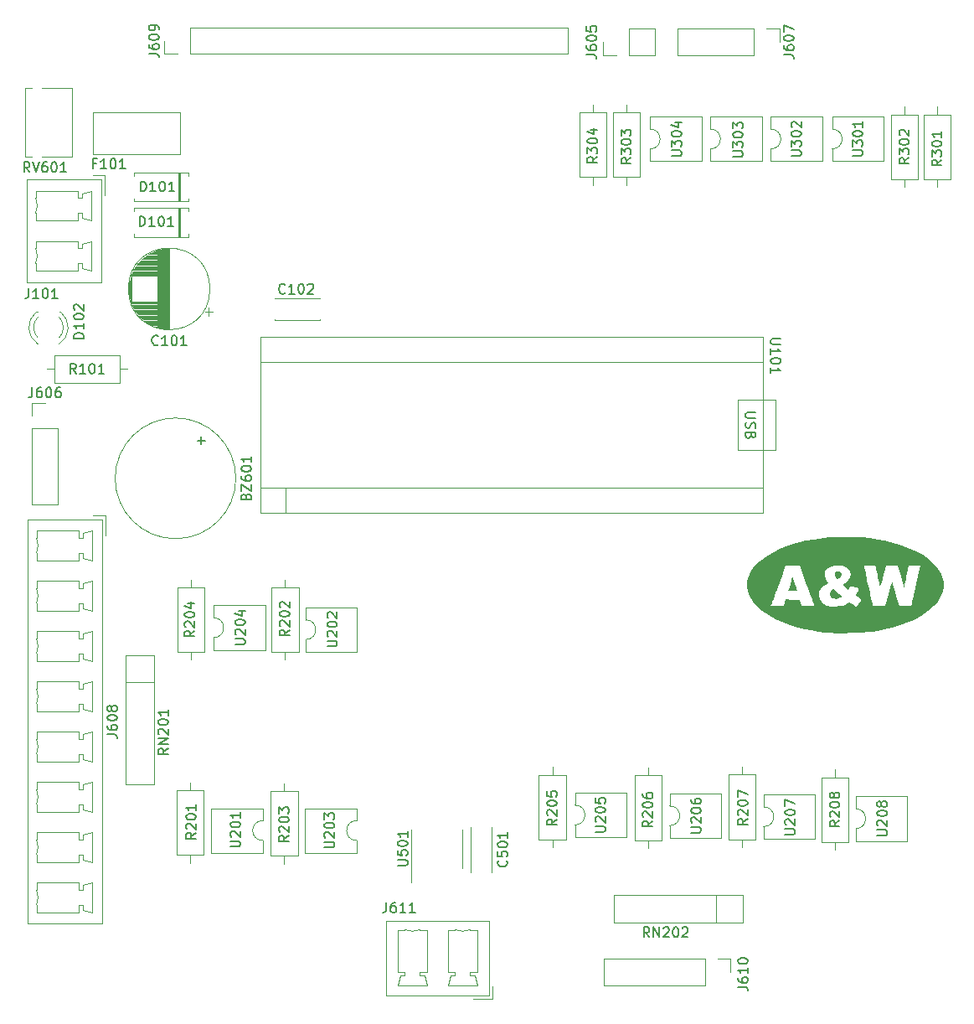
<source format=gbr>
%TF.GenerationSoftware,KiCad,Pcbnew,(6.0.8)*%
%TF.CreationDate,2023-03-03T00:45:07+05:30*%
%TF.ProjectId,STM32DryerPCB,53544d33-3244-4727-9965-725043422e6b,rev?*%
%TF.SameCoordinates,Original*%
%TF.FileFunction,Legend,Top*%
%TF.FilePolarity,Positive*%
%FSLAX46Y46*%
G04 Gerber Fmt 4.6, Leading zero omitted, Abs format (unit mm)*
G04 Created by KiCad (PCBNEW (6.0.8)) date 2023-03-03 00:45:07*
%MOMM*%
%LPD*%
G01*
G04 APERTURE LIST*
%ADD10C,0.150000*%
%ADD11C,0.120000*%
G04 APERTURE END LIST*
D10*
%TO.C,RV601*%
X-198840119Y-63339880D02*
X-199173452Y-62863690D01*
X-199411547Y-63339880D02*
X-199411547Y-62339880D01*
X-199030595Y-62339880D01*
X-198935357Y-62387500D01*
X-198887738Y-62435119D01*
X-198840119Y-62530357D01*
X-198840119Y-62673214D01*
X-198887738Y-62768452D01*
X-198935357Y-62816071D01*
X-199030595Y-62863690D01*
X-199411547Y-62863690D01*
X-198554404Y-62339880D02*
X-198221071Y-63339880D01*
X-197887738Y-62339880D01*
X-197125833Y-62339880D02*
X-197316309Y-62339880D01*
X-197411547Y-62387500D01*
X-197459166Y-62435119D01*
X-197554404Y-62577976D01*
X-197602023Y-62768452D01*
X-197602023Y-63149404D01*
X-197554404Y-63244642D01*
X-197506785Y-63292261D01*
X-197411547Y-63339880D01*
X-197221071Y-63339880D01*
X-197125833Y-63292261D01*
X-197078214Y-63244642D01*
X-197030595Y-63149404D01*
X-197030595Y-62911309D01*
X-197078214Y-62816071D01*
X-197125833Y-62768452D01*
X-197221071Y-62720833D01*
X-197411547Y-62720833D01*
X-197506785Y-62768452D01*
X-197554404Y-62816071D01*
X-197602023Y-62911309D01*
X-196411547Y-62339880D02*
X-196316309Y-62339880D01*
X-196221071Y-62387500D01*
X-196173452Y-62435119D01*
X-196125833Y-62530357D01*
X-196078214Y-62720833D01*
X-196078214Y-62958928D01*
X-196125833Y-63149404D01*
X-196173452Y-63244642D01*
X-196221071Y-63292261D01*
X-196316309Y-63339880D01*
X-196411547Y-63339880D01*
X-196506785Y-63292261D01*
X-196554404Y-63244642D01*
X-196602023Y-63149404D01*
X-196649642Y-62958928D01*
X-196649642Y-62720833D01*
X-196602023Y-62530357D01*
X-196554404Y-62435119D01*
X-196506785Y-62387500D01*
X-196411547Y-62339880D01*
X-195125833Y-63339880D02*
X-195697261Y-63339880D01*
X-195411547Y-63339880D02*
X-195411547Y-62339880D01*
X-195506785Y-62482738D01*
X-195602023Y-62577976D01*
X-195697261Y-62625595D01*
%TO.C,J610*%
X-127240119Y-145673214D02*
X-126525833Y-145673214D01*
X-126382976Y-145720833D01*
X-126287738Y-145816071D01*
X-126240119Y-145958928D01*
X-126240119Y-146054166D01*
X-127240119Y-144768452D02*
X-127240119Y-144958928D01*
X-127192500Y-145054166D01*
X-127144880Y-145101785D01*
X-127002023Y-145197023D01*
X-126811547Y-145244642D01*
X-126430595Y-145244642D01*
X-126335357Y-145197023D01*
X-126287738Y-145149404D01*
X-126240119Y-145054166D01*
X-126240119Y-144863690D01*
X-126287738Y-144768452D01*
X-126335357Y-144720833D01*
X-126430595Y-144673214D01*
X-126668690Y-144673214D01*
X-126763928Y-144720833D01*
X-126811547Y-144768452D01*
X-126859166Y-144863690D01*
X-126859166Y-145054166D01*
X-126811547Y-145149404D01*
X-126763928Y-145197023D01*
X-126668690Y-145244642D01*
X-126240119Y-143720833D02*
X-126240119Y-144292261D01*
X-126240119Y-144006547D02*
X-127240119Y-144006547D01*
X-127097261Y-144101785D01*
X-127002023Y-144197023D01*
X-126954404Y-144292261D01*
X-127240119Y-143101785D02*
X-127240119Y-143006547D01*
X-127192500Y-142911309D01*
X-127144880Y-142863690D01*
X-127049642Y-142816071D01*
X-126859166Y-142768452D01*
X-126621071Y-142768452D01*
X-126430595Y-142816071D01*
X-126335357Y-142863690D01*
X-126287738Y-142911309D01*
X-126240119Y-143006547D01*
X-126240119Y-143101785D01*
X-126287738Y-143197023D01*
X-126335357Y-143244642D01*
X-126430595Y-143292261D01*
X-126621071Y-143339880D01*
X-126859166Y-143339880D01*
X-127049642Y-143292261D01*
X-127144880Y-143244642D01*
X-127192500Y-143197023D01*
X-127240119Y-143101785D01*
%TO.C,R302*%
X-109940119Y-61906547D02*
X-110416309Y-62239880D01*
X-109940119Y-62477976D02*
X-110940119Y-62477976D01*
X-110940119Y-62097023D01*
X-110892500Y-62001785D01*
X-110844880Y-61954166D01*
X-110749642Y-61906547D01*
X-110606785Y-61906547D01*
X-110511547Y-61954166D01*
X-110463928Y-62001785D01*
X-110416309Y-62097023D01*
X-110416309Y-62477976D01*
X-110940119Y-61573214D02*
X-110940119Y-60954166D01*
X-110559166Y-61287500D01*
X-110559166Y-61144642D01*
X-110511547Y-61049404D01*
X-110463928Y-61001785D01*
X-110368690Y-60954166D01*
X-110130595Y-60954166D01*
X-110035357Y-61001785D01*
X-109987738Y-61049404D01*
X-109940119Y-61144642D01*
X-109940119Y-61430357D01*
X-109987738Y-61525595D01*
X-110035357Y-61573214D01*
X-110940119Y-60335119D02*
X-110940119Y-60239880D01*
X-110892500Y-60144642D01*
X-110844880Y-60097023D01*
X-110749642Y-60049404D01*
X-110559166Y-60001785D01*
X-110321071Y-60001785D01*
X-110130595Y-60049404D01*
X-110035357Y-60097023D01*
X-109987738Y-60144642D01*
X-109940119Y-60239880D01*
X-109940119Y-60335119D01*
X-109987738Y-60430357D01*
X-110035357Y-60477976D01*
X-110130595Y-60525595D01*
X-110321071Y-60573214D01*
X-110559166Y-60573214D01*
X-110749642Y-60525595D01*
X-110844880Y-60477976D01*
X-110892500Y-60430357D01*
X-110940119Y-60335119D01*
X-110844880Y-59620833D02*
X-110892500Y-59573214D01*
X-110940119Y-59477976D01*
X-110940119Y-59239880D01*
X-110892500Y-59144642D01*
X-110844880Y-59097023D01*
X-110749642Y-59049404D01*
X-110654404Y-59049404D01*
X-110511547Y-59097023D01*
X-109940119Y-59668452D01*
X-109940119Y-59049404D01*
%TO.C,U206*%
X-131965119Y-130091785D02*
X-131155595Y-130091785D01*
X-131060357Y-130044166D01*
X-131012738Y-129996547D01*
X-130965119Y-129901309D01*
X-130965119Y-129710833D01*
X-131012738Y-129615595D01*
X-131060357Y-129567976D01*
X-131155595Y-129520357D01*
X-131965119Y-129520357D01*
X-131869880Y-129091785D02*
X-131917500Y-129044166D01*
X-131965119Y-128948928D01*
X-131965119Y-128710833D01*
X-131917500Y-128615595D01*
X-131869880Y-128567976D01*
X-131774642Y-128520357D01*
X-131679404Y-128520357D01*
X-131536547Y-128567976D01*
X-130965119Y-129139404D01*
X-130965119Y-128520357D01*
X-131965119Y-127901309D02*
X-131965119Y-127806071D01*
X-131917500Y-127710833D01*
X-131869880Y-127663214D01*
X-131774642Y-127615595D01*
X-131584166Y-127567976D01*
X-131346071Y-127567976D01*
X-131155595Y-127615595D01*
X-131060357Y-127663214D01*
X-131012738Y-127710833D01*
X-130965119Y-127806071D01*
X-130965119Y-127901309D01*
X-131012738Y-127996547D01*
X-131060357Y-128044166D01*
X-131155595Y-128091785D01*
X-131346071Y-128139404D01*
X-131584166Y-128139404D01*
X-131774642Y-128091785D01*
X-131869880Y-128044166D01*
X-131917500Y-127996547D01*
X-131965119Y-127901309D01*
X-131965119Y-126710833D02*
X-131965119Y-126901309D01*
X-131917500Y-126996547D01*
X-131869880Y-127044166D01*
X-131727023Y-127139404D01*
X-131536547Y-127187023D01*
X-131155595Y-127187023D01*
X-131060357Y-127139404D01*
X-131012738Y-127091785D01*
X-130965119Y-126996547D01*
X-130965119Y-126806071D01*
X-131012738Y-126710833D01*
X-131060357Y-126663214D01*
X-131155595Y-126615595D01*
X-131393690Y-126615595D01*
X-131488928Y-126663214D01*
X-131536547Y-126710833D01*
X-131584166Y-126806071D01*
X-131584166Y-126996547D01*
X-131536547Y-127091785D01*
X-131488928Y-127139404D01*
X-131393690Y-127187023D01*
%TO.C,R201*%
X-182040119Y-130106547D02*
X-182516309Y-130439880D01*
X-182040119Y-130677976D02*
X-183040119Y-130677976D01*
X-183040119Y-130297023D01*
X-182992500Y-130201785D01*
X-182944880Y-130154166D01*
X-182849642Y-130106547D01*
X-182706785Y-130106547D01*
X-182611547Y-130154166D01*
X-182563928Y-130201785D01*
X-182516309Y-130297023D01*
X-182516309Y-130677976D01*
X-182944880Y-129725595D02*
X-182992500Y-129677976D01*
X-183040119Y-129582738D01*
X-183040119Y-129344642D01*
X-182992500Y-129249404D01*
X-182944880Y-129201785D01*
X-182849642Y-129154166D01*
X-182754404Y-129154166D01*
X-182611547Y-129201785D01*
X-182040119Y-129773214D01*
X-182040119Y-129154166D01*
X-183040119Y-128535119D02*
X-183040119Y-128439880D01*
X-182992500Y-128344642D01*
X-182944880Y-128297023D01*
X-182849642Y-128249404D01*
X-182659166Y-128201785D01*
X-182421071Y-128201785D01*
X-182230595Y-128249404D01*
X-182135357Y-128297023D01*
X-182087738Y-128344642D01*
X-182040119Y-128439880D01*
X-182040119Y-128535119D01*
X-182087738Y-128630357D01*
X-182135357Y-128677976D01*
X-182230595Y-128725595D01*
X-182421071Y-128773214D01*
X-182659166Y-128773214D01*
X-182849642Y-128725595D01*
X-182944880Y-128677976D01*
X-182992500Y-128630357D01*
X-183040119Y-128535119D01*
X-182040119Y-127249404D02*
X-182040119Y-127820833D01*
X-182040119Y-127535119D02*
X-183040119Y-127535119D01*
X-182897261Y-127630357D01*
X-182802023Y-127725595D01*
X-182754404Y-127820833D01*
%TO.C,J606*%
X-198578214Y-85109880D02*
X-198578214Y-85824166D01*
X-198625833Y-85967023D01*
X-198721071Y-86062261D01*
X-198863928Y-86109880D01*
X-198959166Y-86109880D01*
X-197673452Y-85109880D02*
X-197863928Y-85109880D01*
X-197959166Y-85157500D01*
X-198006785Y-85205119D01*
X-198102023Y-85347976D01*
X-198149642Y-85538452D01*
X-198149642Y-85919404D01*
X-198102023Y-86014642D01*
X-198054404Y-86062261D01*
X-197959166Y-86109880D01*
X-197768690Y-86109880D01*
X-197673452Y-86062261D01*
X-197625833Y-86014642D01*
X-197578214Y-85919404D01*
X-197578214Y-85681309D01*
X-197625833Y-85586071D01*
X-197673452Y-85538452D01*
X-197768690Y-85490833D01*
X-197959166Y-85490833D01*
X-198054404Y-85538452D01*
X-198102023Y-85586071D01*
X-198149642Y-85681309D01*
X-196959166Y-85109880D02*
X-196863928Y-85109880D01*
X-196768690Y-85157500D01*
X-196721071Y-85205119D01*
X-196673452Y-85300357D01*
X-196625833Y-85490833D01*
X-196625833Y-85728928D01*
X-196673452Y-85919404D01*
X-196721071Y-86014642D01*
X-196768690Y-86062261D01*
X-196863928Y-86109880D01*
X-196959166Y-86109880D01*
X-197054404Y-86062261D01*
X-197102023Y-86014642D01*
X-197149642Y-85919404D01*
X-197197261Y-85728928D01*
X-197197261Y-85490833D01*
X-197149642Y-85300357D01*
X-197102023Y-85205119D01*
X-197054404Y-85157500D01*
X-196959166Y-85109880D01*
X-195768690Y-85109880D02*
X-195959166Y-85109880D01*
X-196054404Y-85157500D01*
X-196102023Y-85205119D01*
X-196197261Y-85347976D01*
X-196244880Y-85538452D01*
X-196244880Y-85919404D01*
X-196197261Y-86014642D01*
X-196149642Y-86062261D01*
X-196054404Y-86109880D01*
X-195863928Y-86109880D01*
X-195768690Y-86062261D01*
X-195721071Y-86014642D01*
X-195673452Y-85919404D01*
X-195673452Y-85681309D01*
X-195721071Y-85586071D01*
X-195768690Y-85538452D01*
X-195863928Y-85490833D01*
X-196054404Y-85490833D01*
X-196149642Y-85538452D01*
X-196197261Y-85586071D01*
X-196244880Y-85681309D01*
%TO.C,C102*%
X-173011547Y-75544642D02*
X-173059166Y-75592261D01*
X-173202023Y-75639880D01*
X-173297261Y-75639880D01*
X-173440119Y-75592261D01*
X-173535357Y-75497023D01*
X-173582976Y-75401785D01*
X-173630595Y-75211309D01*
X-173630595Y-75068452D01*
X-173582976Y-74877976D01*
X-173535357Y-74782738D01*
X-173440119Y-74687500D01*
X-173297261Y-74639880D01*
X-173202023Y-74639880D01*
X-173059166Y-74687500D01*
X-173011547Y-74735119D01*
X-172059166Y-75639880D02*
X-172630595Y-75639880D01*
X-172344880Y-75639880D02*
X-172344880Y-74639880D01*
X-172440119Y-74782738D01*
X-172535357Y-74877976D01*
X-172630595Y-74925595D01*
X-171440119Y-74639880D02*
X-171344880Y-74639880D01*
X-171249642Y-74687500D01*
X-171202023Y-74735119D01*
X-171154404Y-74830357D01*
X-171106785Y-75020833D01*
X-171106785Y-75258928D01*
X-171154404Y-75449404D01*
X-171202023Y-75544642D01*
X-171249642Y-75592261D01*
X-171344880Y-75639880D01*
X-171440119Y-75639880D01*
X-171535357Y-75592261D01*
X-171582976Y-75544642D01*
X-171630595Y-75449404D01*
X-171678214Y-75258928D01*
X-171678214Y-75020833D01*
X-171630595Y-74830357D01*
X-171582976Y-74735119D01*
X-171535357Y-74687500D01*
X-171440119Y-74639880D01*
X-170725833Y-74735119D02*
X-170678214Y-74687500D01*
X-170582976Y-74639880D01*
X-170344880Y-74639880D01*
X-170249642Y-74687500D01*
X-170202023Y-74735119D01*
X-170154404Y-74830357D01*
X-170154404Y-74925595D01*
X-170202023Y-75068452D01*
X-170773452Y-75639880D01*
X-170154404Y-75639880D01*
%TO.C,U501*%
X-161640119Y-133401785D02*
X-160830595Y-133401785D01*
X-160735357Y-133354166D01*
X-160687738Y-133306547D01*
X-160640119Y-133211309D01*
X-160640119Y-133020833D01*
X-160687738Y-132925595D01*
X-160735357Y-132877976D01*
X-160830595Y-132830357D01*
X-161640119Y-132830357D01*
X-161640119Y-131877976D02*
X-161640119Y-132354166D01*
X-161163928Y-132401785D01*
X-161211547Y-132354166D01*
X-161259166Y-132258928D01*
X-161259166Y-132020833D01*
X-161211547Y-131925595D01*
X-161163928Y-131877976D01*
X-161068690Y-131830357D01*
X-160830595Y-131830357D01*
X-160735357Y-131877976D01*
X-160687738Y-131925595D01*
X-160640119Y-132020833D01*
X-160640119Y-132258928D01*
X-160687738Y-132354166D01*
X-160735357Y-132401785D01*
X-161640119Y-131211309D02*
X-161640119Y-131116071D01*
X-161592500Y-131020833D01*
X-161544880Y-130973214D01*
X-161449642Y-130925595D01*
X-161259166Y-130877976D01*
X-161021071Y-130877976D01*
X-160830595Y-130925595D01*
X-160735357Y-130973214D01*
X-160687738Y-131020833D01*
X-160640119Y-131116071D01*
X-160640119Y-131211309D01*
X-160687738Y-131306547D01*
X-160735357Y-131354166D01*
X-160830595Y-131401785D01*
X-161021071Y-131449404D01*
X-161259166Y-131449404D01*
X-161449642Y-131401785D01*
X-161544880Y-131354166D01*
X-161592500Y-131306547D01*
X-161640119Y-131211309D01*
X-160640119Y-129925595D02*
X-160640119Y-130497023D01*
X-160640119Y-130211309D02*
X-161640119Y-130211309D01*
X-161497261Y-130306547D01*
X-161402023Y-130401785D01*
X-161354404Y-130497023D01*
%TO.C,U304*%
X-133940119Y-61716785D02*
X-133130595Y-61716785D01*
X-133035357Y-61669166D01*
X-132987738Y-61621547D01*
X-132940119Y-61526309D01*
X-132940119Y-61335833D01*
X-132987738Y-61240595D01*
X-133035357Y-61192976D01*
X-133130595Y-61145357D01*
X-133940119Y-61145357D01*
X-133940119Y-60764404D02*
X-133940119Y-60145357D01*
X-133559166Y-60478690D01*
X-133559166Y-60335833D01*
X-133511547Y-60240595D01*
X-133463928Y-60192976D01*
X-133368690Y-60145357D01*
X-133130595Y-60145357D01*
X-133035357Y-60192976D01*
X-132987738Y-60240595D01*
X-132940119Y-60335833D01*
X-132940119Y-60621547D01*
X-132987738Y-60716785D01*
X-133035357Y-60764404D01*
X-133940119Y-59526309D02*
X-133940119Y-59431071D01*
X-133892500Y-59335833D01*
X-133844880Y-59288214D01*
X-133749642Y-59240595D01*
X-133559166Y-59192976D01*
X-133321071Y-59192976D01*
X-133130595Y-59240595D01*
X-133035357Y-59288214D01*
X-132987738Y-59335833D01*
X-132940119Y-59431071D01*
X-132940119Y-59526309D01*
X-132987738Y-59621547D01*
X-133035357Y-59669166D01*
X-133130595Y-59716785D01*
X-133321071Y-59764404D01*
X-133559166Y-59764404D01*
X-133749642Y-59716785D01*
X-133844880Y-59669166D01*
X-133892500Y-59621547D01*
X-133940119Y-59526309D01*
X-133606785Y-58335833D02*
X-132940119Y-58335833D01*
X-133987738Y-58573928D02*
X-133273452Y-58812023D01*
X-133273452Y-58192976D01*
%TO.C,RN201*%
X-184840119Y-121580357D02*
X-185316309Y-121913690D01*
X-184840119Y-122151785D02*
X-185840119Y-122151785D01*
X-185840119Y-121770833D01*
X-185792500Y-121675595D01*
X-185744880Y-121627976D01*
X-185649642Y-121580357D01*
X-185506785Y-121580357D01*
X-185411547Y-121627976D01*
X-185363928Y-121675595D01*
X-185316309Y-121770833D01*
X-185316309Y-122151785D01*
X-184840119Y-121151785D02*
X-185840119Y-121151785D01*
X-184840119Y-120580357D01*
X-185840119Y-120580357D01*
X-185744880Y-120151785D02*
X-185792500Y-120104166D01*
X-185840119Y-120008928D01*
X-185840119Y-119770833D01*
X-185792500Y-119675595D01*
X-185744880Y-119627976D01*
X-185649642Y-119580357D01*
X-185554404Y-119580357D01*
X-185411547Y-119627976D01*
X-184840119Y-120199404D01*
X-184840119Y-119580357D01*
X-185840119Y-118961309D02*
X-185840119Y-118866071D01*
X-185792500Y-118770833D01*
X-185744880Y-118723214D01*
X-185649642Y-118675595D01*
X-185459166Y-118627976D01*
X-185221071Y-118627976D01*
X-185030595Y-118675595D01*
X-184935357Y-118723214D01*
X-184887738Y-118770833D01*
X-184840119Y-118866071D01*
X-184840119Y-118961309D01*
X-184887738Y-119056547D01*
X-184935357Y-119104166D01*
X-185030595Y-119151785D01*
X-185221071Y-119199404D01*
X-185459166Y-119199404D01*
X-185649642Y-119151785D01*
X-185744880Y-119104166D01*
X-185792500Y-119056547D01*
X-185840119Y-118961309D01*
X-184840119Y-117675595D02*
X-184840119Y-118247023D01*
X-184840119Y-117961309D02*
X-185840119Y-117961309D01*
X-185697261Y-118056547D01*
X-185602023Y-118151785D01*
X-185554404Y-118247023D01*
%TO.C,R203*%
X-172640119Y-130386547D02*
X-173116309Y-130719880D01*
X-172640119Y-130957976D02*
X-173640119Y-130957976D01*
X-173640119Y-130577023D01*
X-173592500Y-130481785D01*
X-173544880Y-130434166D01*
X-173449642Y-130386547D01*
X-173306785Y-130386547D01*
X-173211547Y-130434166D01*
X-173163928Y-130481785D01*
X-173116309Y-130577023D01*
X-173116309Y-130957976D01*
X-173544880Y-130005595D02*
X-173592500Y-129957976D01*
X-173640119Y-129862738D01*
X-173640119Y-129624642D01*
X-173592500Y-129529404D01*
X-173544880Y-129481785D01*
X-173449642Y-129434166D01*
X-173354404Y-129434166D01*
X-173211547Y-129481785D01*
X-172640119Y-130053214D01*
X-172640119Y-129434166D01*
X-173640119Y-128815119D02*
X-173640119Y-128719880D01*
X-173592500Y-128624642D01*
X-173544880Y-128577023D01*
X-173449642Y-128529404D01*
X-173259166Y-128481785D01*
X-173021071Y-128481785D01*
X-172830595Y-128529404D01*
X-172735357Y-128577023D01*
X-172687738Y-128624642D01*
X-172640119Y-128719880D01*
X-172640119Y-128815119D01*
X-172687738Y-128910357D01*
X-172735357Y-128957976D01*
X-172830595Y-129005595D01*
X-173021071Y-129053214D01*
X-173259166Y-129053214D01*
X-173449642Y-129005595D01*
X-173544880Y-128957976D01*
X-173592500Y-128910357D01*
X-173640119Y-128815119D01*
X-173640119Y-128148452D02*
X-173640119Y-127529404D01*
X-173259166Y-127862738D01*
X-173259166Y-127719880D01*
X-173211547Y-127624642D01*
X-173163928Y-127577023D01*
X-173068690Y-127529404D01*
X-172830595Y-127529404D01*
X-172735357Y-127577023D01*
X-172687738Y-127624642D01*
X-172640119Y-127719880D01*
X-172640119Y-128005595D01*
X-172687738Y-128100833D01*
X-172735357Y-128148452D01*
%TO.C,J607*%
X-122590119Y-51473214D02*
X-121875833Y-51473214D01*
X-121732976Y-51520833D01*
X-121637738Y-51616071D01*
X-121590119Y-51758928D01*
X-121590119Y-51854166D01*
X-122590119Y-50568452D02*
X-122590119Y-50758928D01*
X-122542500Y-50854166D01*
X-122494880Y-50901785D01*
X-122352023Y-50997023D01*
X-122161547Y-51044642D01*
X-121780595Y-51044642D01*
X-121685357Y-50997023D01*
X-121637738Y-50949404D01*
X-121590119Y-50854166D01*
X-121590119Y-50663690D01*
X-121637738Y-50568452D01*
X-121685357Y-50520833D01*
X-121780595Y-50473214D01*
X-122018690Y-50473214D01*
X-122113928Y-50520833D01*
X-122161547Y-50568452D01*
X-122209166Y-50663690D01*
X-122209166Y-50854166D01*
X-122161547Y-50949404D01*
X-122113928Y-50997023D01*
X-122018690Y-51044642D01*
X-122590119Y-49854166D02*
X-122590119Y-49758928D01*
X-122542500Y-49663690D01*
X-122494880Y-49616071D01*
X-122399642Y-49568452D01*
X-122209166Y-49520833D01*
X-121971071Y-49520833D01*
X-121780595Y-49568452D01*
X-121685357Y-49616071D01*
X-121637738Y-49663690D01*
X-121590119Y-49758928D01*
X-121590119Y-49854166D01*
X-121637738Y-49949404D01*
X-121685357Y-49997023D01*
X-121780595Y-50044642D01*
X-121971071Y-50092261D01*
X-122209166Y-50092261D01*
X-122399642Y-50044642D01*
X-122494880Y-49997023D01*
X-122542500Y-49949404D01*
X-122590119Y-49854166D01*
X-122590119Y-49187500D02*
X-122590119Y-48520833D01*
X-121590119Y-48949404D01*
%TO.C,C501*%
X-150635357Y-132906547D02*
X-150587738Y-132954166D01*
X-150540119Y-133097023D01*
X-150540119Y-133192261D01*
X-150587738Y-133335119D01*
X-150682976Y-133430357D01*
X-150778214Y-133477976D01*
X-150968690Y-133525595D01*
X-151111547Y-133525595D01*
X-151302023Y-133477976D01*
X-151397261Y-133430357D01*
X-151492500Y-133335119D01*
X-151540119Y-133192261D01*
X-151540119Y-133097023D01*
X-151492500Y-132954166D01*
X-151444880Y-132906547D01*
X-151540119Y-132001785D02*
X-151540119Y-132477976D01*
X-151063928Y-132525595D01*
X-151111547Y-132477976D01*
X-151159166Y-132382738D01*
X-151159166Y-132144642D01*
X-151111547Y-132049404D01*
X-151063928Y-132001785D01*
X-150968690Y-131954166D01*
X-150730595Y-131954166D01*
X-150635357Y-132001785D01*
X-150587738Y-132049404D01*
X-150540119Y-132144642D01*
X-150540119Y-132382738D01*
X-150587738Y-132477976D01*
X-150635357Y-132525595D01*
X-151540119Y-131335119D02*
X-151540119Y-131239880D01*
X-151492500Y-131144642D01*
X-151444880Y-131097023D01*
X-151349642Y-131049404D01*
X-151159166Y-131001785D01*
X-150921071Y-131001785D01*
X-150730595Y-131049404D01*
X-150635357Y-131097023D01*
X-150587738Y-131144642D01*
X-150540119Y-131239880D01*
X-150540119Y-131335119D01*
X-150587738Y-131430357D01*
X-150635357Y-131477976D01*
X-150730595Y-131525595D01*
X-150921071Y-131573214D01*
X-151159166Y-131573214D01*
X-151349642Y-131525595D01*
X-151444880Y-131477976D01*
X-151492500Y-131430357D01*
X-151540119Y-131335119D01*
X-150540119Y-130049404D02*
X-150540119Y-130620833D01*
X-150540119Y-130335119D02*
X-151540119Y-130335119D01*
X-151397261Y-130430357D01*
X-151302023Y-130525595D01*
X-151254404Y-130620833D01*
%TO.C,RN202*%
X-136185357Y-140639880D02*
X-136518690Y-140163690D01*
X-136756785Y-140639880D02*
X-136756785Y-139639880D01*
X-136375833Y-139639880D01*
X-136280595Y-139687500D01*
X-136232976Y-139735119D01*
X-136185357Y-139830357D01*
X-136185357Y-139973214D01*
X-136232976Y-140068452D01*
X-136280595Y-140116071D01*
X-136375833Y-140163690D01*
X-136756785Y-140163690D01*
X-135756785Y-140639880D02*
X-135756785Y-139639880D01*
X-135185357Y-140639880D01*
X-135185357Y-139639880D01*
X-134756785Y-139735119D02*
X-134709166Y-139687500D01*
X-134613928Y-139639880D01*
X-134375833Y-139639880D01*
X-134280595Y-139687500D01*
X-134232976Y-139735119D01*
X-134185357Y-139830357D01*
X-134185357Y-139925595D01*
X-134232976Y-140068452D01*
X-134804404Y-140639880D01*
X-134185357Y-140639880D01*
X-133566309Y-139639880D02*
X-133471071Y-139639880D01*
X-133375833Y-139687500D01*
X-133328214Y-139735119D01*
X-133280595Y-139830357D01*
X-133232976Y-140020833D01*
X-133232976Y-140258928D01*
X-133280595Y-140449404D01*
X-133328214Y-140544642D01*
X-133375833Y-140592261D01*
X-133471071Y-140639880D01*
X-133566309Y-140639880D01*
X-133661547Y-140592261D01*
X-133709166Y-140544642D01*
X-133756785Y-140449404D01*
X-133804404Y-140258928D01*
X-133804404Y-140020833D01*
X-133756785Y-139830357D01*
X-133709166Y-139735119D01*
X-133661547Y-139687500D01*
X-133566309Y-139639880D01*
X-132852023Y-139735119D02*
X-132804404Y-139687500D01*
X-132709166Y-139639880D01*
X-132471071Y-139639880D01*
X-132375833Y-139687500D01*
X-132328214Y-139735119D01*
X-132280595Y-139830357D01*
X-132280595Y-139925595D01*
X-132328214Y-140068452D01*
X-132899642Y-140639880D01*
X-132280595Y-140639880D01*
%TO.C,J605*%
X-142540119Y-51473214D02*
X-141825833Y-51473214D01*
X-141682976Y-51520833D01*
X-141587738Y-51616071D01*
X-141540119Y-51758928D01*
X-141540119Y-51854166D01*
X-142540119Y-50568452D02*
X-142540119Y-50758928D01*
X-142492500Y-50854166D01*
X-142444880Y-50901785D01*
X-142302023Y-50997023D01*
X-142111547Y-51044642D01*
X-141730595Y-51044642D01*
X-141635357Y-50997023D01*
X-141587738Y-50949404D01*
X-141540119Y-50854166D01*
X-141540119Y-50663690D01*
X-141587738Y-50568452D01*
X-141635357Y-50520833D01*
X-141730595Y-50473214D01*
X-141968690Y-50473214D01*
X-142063928Y-50520833D01*
X-142111547Y-50568452D01*
X-142159166Y-50663690D01*
X-142159166Y-50854166D01*
X-142111547Y-50949404D01*
X-142063928Y-50997023D01*
X-141968690Y-51044642D01*
X-142540119Y-49854166D02*
X-142540119Y-49758928D01*
X-142492500Y-49663690D01*
X-142444880Y-49616071D01*
X-142349642Y-49568452D01*
X-142159166Y-49520833D01*
X-141921071Y-49520833D01*
X-141730595Y-49568452D01*
X-141635357Y-49616071D01*
X-141587738Y-49663690D01*
X-141540119Y-49758928D01*
X-141540119Y-49854166D01*
X-141587738Y-49949404D01*
X-141635357Y-49997023D01*
X-141730595Y-50044642D01*
X-141921071Y-50092261D01*
X-142159166Y-50092261D01*
X-142349642Y-50044642D01*
X-142444880Y-49997023D01*
X-142492500Y-49949404D01*
X-142540119Y-49854166D01*
X-142540119Y-48616071D02*
X-142540119Y-49092261D01*
X-142063928Y-49139880D01*
X-142111547Y-49092261D01*
X-142159166Y-48997023D01*
X-142159166Y-48758928D01*
X-142111547Y-48663690D01*
X-142063928Y-48616071D01*
X-141968690Y-48568452D01*
X-141730595Y-48568452D01*
X-141635357Y-48616071D01*
X-141587738Y-48663690D01*
X-141540119Y-48758928D01*
X-141540119Y-48997023D01*
X-141587738Y-49092261D01*
X-141635357Y-49139880D01*
%TO.C,R207*%
X-126265119Y-128701547D02*
X-126741309Y-129034880D01*
X-126265119Y-129272976D02*
X-127265119Y-129272976D01*
X-127265119Y-128892023D01*
X-127217500Y-128796785D01*
X-127169880Y-128749166D01*
X-127074642Y-128701547D01*
X-126931785Y-128701547D01*
X-126836547Y-128749166D01*
X-126788928Y-128796785D01*
X-126741309Y-128892023D01*
X-126741309Y-129272976D01*
X-127169880Y-128320595D02*
X-127217500Y-128272976D01*
X-127265119Y-128177738D01*
X-127265119Y-127939642D01*
X-127217500Y-127844404D01*
X-127169880Y-127796785D01*
X-127074642Y-127749166D01*
X-126979404Y-127749166D01*
X-126836547Y-127796785D01*
X-126265119Y-128368214D01*
X-126265119Y-127749166D01*
X-127265119Y-127130119D02*
X-127265119Y-127034880D01*
X-127217500Y-126939642D01*
X-127169880Y-126892023D01*
X-127074642Y-126844404D01*
X-126884166Y-126796785D01*
X-126646071Y-126796785D01*
X-126455595Y-126844404D01*
X-126360357Y-126892023D01*
X-126312738Y-126939642D01*
X-126265119Y-127034880D01*
X-126265119Y-127130119D01*
X-126312738Y-127225357D01*
X-126360357Y-127272976D01*
X-126455595Y-127320595D01*
X-126646071Y-127368214D01*
X-126884166Y-127368214D01*
X-127074642Y-127320595D01*
X-127169880Y-127272976D01*
X-127217500Y-127225357D01*
X-127265119Y-127130119D01*
X-127265119Y-126463452D02*
X-127265119Y-125796785D01*
X-126265119Y-126225357D01*
%TO.C,R205*%
X-145540119Y-128726547D02*
X-146016309Y-129059880D01*
X-145540119Y-129297976D02*
X-146540119Y-129297976D01*
X-146540119Y-128917023D01*
X-146492500Y-128821785D01*
X-146444880Y-128774166D01*
X-146349642Y-128726547D01*
X-146206785Y-128726547D01*
X-146111547Y-128774166D01*
X-146063928Y-128821785D01*
X-146016309Y-128917023D01*
X-146016309Y-129297976D01*
X-146444880Y-128345595D02*
X-146492500Y-128297976D01*
X-146540119Y-128202738D01*
X-146540119Y-127964642D01*
X-146492500Y-127869404D01*
X-146444880Y-127821785D01*
X-146349642Y-127774166D01*
X-146254404Y-127774166D01*
X-146111547Y-127821785D01*
X-145540119Y-128393214D01*
X-145540119Y-127774166D01*
X-146540119Y-127155119D02*
X-146540119Y-127059880D01*
X-146492500Y-126964642D01*
X-146444880Y-126917023D01*
X-146349642Y-126869404D01*
X-146159166Y-126821785D01*
X-145921071Y-126821785D01*
X-145730595Y-126869404D01*
X-145635357Y-126917023D01*
X-145587738Y-126964642D01*
X-145540119Y-127059880D01*
X-145540119Y-127155119D01*
X-145587738Y-127250357D01*
X-145635357Y-127297976D01*
X-145730595Y-127345595D01*
X-145921071Y-127393214D01*
X-146159166Y-127393214D01*
X-146349642Y-127345595D01*
X-146444880Y-127297976D01*
X-146492500Y-127250357D01*
X-146540119Y-127155119D01*
X-146540119Y-125917023D02*
X-146540119Y-126393214D01*
X-146063928Y-126440833D01*
X-146111547Y-126393214D01*
X-146159166Y-126297976D01*
X-146159166Y-126059880D01*
X-146111547Y-125964642D01*
X-146063928Y-125917023D01*
X-145968690Y-125869404D01*
X-145730595Y-125869404D01*
X-145635357Y-125917023D01*
X-145587738Y-125964642D01*
X-145540119Y-126059880D01*
X-145540119Y-126297976D01*
X-145587738Y-126393214D01*
X-145635357Y-126440833D01*
%TO.C,R206*%
X-135865119Y-128901547D02*
X-136341309Y-129234880D01*
X-135865119Y-129472976D02*
X-136865119Y-129472976D01*
X-136865119Y-129092023D01*
X-136817500Y-128996785D01*
X-136769880Y-128949166D01*
X-136674642Y-128901547D01*
X-136531785Y-128901547D01*
X-136436547Y-128949166D01*
X-136388928Y-128996785D01*
X-136341309Y-129092023D01*
X-136341309Y-129472976D01*
X-136769880Y-128520595D02*
X-136817500Y-128472976D01*
X-136865119Y-128377738D01*
X-136865119Y-128139642D01*
X-136817500Y-128044404D01*
X-136769880Y-127996785D01*
X-136674642Y-127949166D01*
X-136579404Y-127949166D01*
X-136436547Y-127996785D01*
X-135865119Y-128568214D01*
X-135865119Y-127949166D01*
X-136865119Y-127330119D02*
X-136865119Y-127234880D01*
X-136817500Y-127139642D01*
X-136769880Y-127092023D01*
X-136674642Y-127044404D01*
X-136484166Y-126996785D01*
X-136246071Y-126996785D01*
X-136055595Y-127044404D01*
X-135960357Y-127092023D01*
X-135912738Y-127139642D01*
X-135865119Y-127234880D01*
X-135865119Y-127330119D01*
X-135912738Y-127425357D01*
X-135960357Y-127472976D01*
X-136055595Y-127520595D01*
X-136246071Y-127568214D01*
X-136484166Y-127568214D01*
X-136674642Y-127520595D01*
X-136769880Y-127472976D01*
X-136817500Y-127425357D01*
X-136865119Y-127330119D01*
X-136865119Y-126139642D02*
X-136865119Y-126330119D01*
X-136817500Y-126425357D01*
X-136769880Y-126472976D01*
X-136627023Y-126568214D01*
X-136436547Y-126615833D01*
X-136055595Y-126615833D01*
X-135960357Y-126568214D01*
X-135912738Y-126520595D01*
X-135865119Y-126425357D01*
X-135865119Y-126234880D01*
X-135912738Y-126139642D01*
X-135960357Y-126092023D01*
X-136055595Y-126044404D01*
X-136293690Y-126044404D01*
X-136388928Y-126092023D01*
X-136436547Y-126139642D01*
X-136484166Y-126234880D01*
X-136484166Y-126425357D01*
X-136436547Y-126520595D01*
X-136388928Y-126568214D01*
X-136293690Y-126615833D01*
%TO.C,BZ601*%
X-176963928Y-96120833D02*
X-176916309Y-95977976D01*
X-176868690Y-95930357D01*
X-176773452Y-95882738D01*
X-176630595Y-95882738D01*
X-176535357Y-95930357D01*
X-176487738Y-95977976D01*
X-176440119Y-96073214D01*
X-176440119Y-96454166D01*
X-177440119Y-96454166D01*
X-177440119Y-96120833D01*
X-177392500Y-96025595D01*
X-177344880Y-95977976D01*
X-177249642Y-95930357D01*
X-177154404Y-95930357D01*
X-177059166Y-95977976D01*
X-177011547Y-96025595D01*
X-176963928Y-96120833D01*
X-176963928Y-96454166D01*
X-177440119Y-95549404D02*
X-177440119Y-94882738D01*
X-176440119Y-95549404D01*
X-176440119Y-94882738D01*
X-177440119Y-94073214D02*
X-177440119Y-94263690D01*
X-177392500Y-94358928D01*
X-177344880Y-94406547D01*
X-177202023Y-94501785D01*
X-177011547Y-94549404D01*
X-176630595Y-94549404D01*
X-176535357Y-94501785D01*
X-176487738Y-94454166D01*
X-176440119Y-94358928D01*
X-176440119Y-94168452D01*
X-176487738Y-94073214D01*
X-176535357Y-94025595D01*
X-176630595Y-93977976D01*
X-176868690Y-93977976D01*
X-176963928Y-94025595D01*
X-177011547Y-94073214D01*
X-177059166Y-94168452D01*
X-177059166Y-94358928D01*
X-177011547Y-94454166D01*
X-176963928Y-94501785D01*
X-176868690Y-94549404D01*
X-177440119Y-93358928D02*
X-177440119Y-93263690D01*
X-177392500Y-93168452D01*
X-177344880Y-93120833D01*
X-177249642Y-93073214D01*
X-177059166Y-93025595D01*
X-176821071Y-93025595D01*
X-176630595Y-93073214D01*
X-176535357Y-93120833D01*
X-176487738Y-93168452D01*
X-176440119Y-93263690D01*
X-176440119Y-93358928D01*
X-176487738Y-93454166D01*
X-176535357Y-93501785D01*
X-176630595Y-93549404D01*
X-176821071Y-93597023D01*
X-177059166Y-93597023D01*
X-177249642Y-93549404D01*
X-177344880Y-93501785D01*
X-177392500Y-93454166D01*
X-177440119Y-93358928D01*
X-176440119Y-92073214D02*
X-176440119Y-92644642D01*
X-176440119Y-92358928D02*
X-177440119Y-92358928D01*
X-177297261Y-92454166D01*
X-177202023Y-92549404D01*
X-177154404Y-92644642D01*
X-181481071Y-90858452D02*
X-181481071Y-90096547D01*
X-181100119Y-90477500D02*
X-181862023Y-90477500D01*
%TO.C,U202*%
X-168765119Y-111276785D02*
X-167955595Y-111276785D01*
X-167860357Y-111229166D01*
X-167812738Y-111181547D01*
X-167765119Y-111086309D01*
X-167765119Y-110895833D01*
X-167812738Y-110800595D01*
X-167860357Y-110752976D01*
X-167955595Y-110705357D01*
X-168765119Y-110705357D01*
X-168669880Y-110276785D02*
X-168717500Y-110229166D01*
X-168765119Y-110133928D01*
X-168765119Y-109895833D01*
X-168717500Y-109800595D01*
X-168669880Y-109752976D01*
X-168574642Y-109705357D01*
X-168479404Y-109705357D01*
X-168336547Y-109752976D01*
X-167765119Y-110324404D01*
X-167765119Y-109705357D01*
X-168765119Y-109086309D02*
X-168765119Y-108991071D01*
X-168717500Y-108895833D01*
X-168669880Y-108848214D01*
X-168574642Y-108800595D01*
X-168384166Y-108752976D01*
X-168146071Y-108752976D01*
X-167955595Y-108800595D01*
X-167860357Y-108848214D01*
X-167812738Y-108895833D01*
X-167765119Y-108991071D01*
X-167765119Y-109086309D01*
X-167812738Y-109181547D01*
X-167860357Y-109229166D01*
X-167955595Y-109276785D01*
X-168146071Y-109324404D01*
X-168384166Y-109324404D01*
X-168574642Y-109276785D01*
X-168669880Y-109229166D01*
X-168717500Y-109181547D01*
X-168765119Y-109086309D01*
X-168669880Y-108372023D02*
X-168717500Y-108324404D01*
X-168765119Y-108229166D01*
X-168765119Y-107991071D01*
X-168717500Y-107895833D01*
X-168669880Y-107848214D01*
X-168574642Y-107800595D01*
X-168479404Y-107800595D01*
X-168336547Y-107848214D01*
X-167765119Y-108419642D01*
X-167765119Y-107800595D01*
%TO.C,R204*%
X-182165119Y-109681547D02*
X-182641309Y-110014880D01*
X-182165119Y-110252976D02*
X-183165119Y-110252976D01*
X-183165119Y-109872023D01*
X-183117500Y-109776785D01*
X-183069880Y-109729166D01*
X-182974642Y-109681547D01*
X-182831785Y-109681547D01*
X-182736547Y-109729166D01*
X-182688928Y-109776785D01*
X-182641309Y-109872023D01*
X-182641309Y-110252976D01*
X-183069880Y-109300595D02*
X-183117500Y-109252976D01*
X-183165119Y-109157738D01*
X-183165119Y-108919642D01*
X-183117500Y-108824404D01*
X-183069880Y-108776785D01*
X-182974642Y-108729166D01*
X-182879404Y-108729166D01*
X-182736547Y-108776785D01*
X-182165119Y-109348214D01*
X-182165119Y-108729166D01*
X-183165119Y-108110119D02*
X-183165119Y-108014880D01*
X-183117500Y-107919642D01*
X-183069880Y-107872023D01*
X-182974642Y-107824404D01*
X-182784166Y-107776785D01*
X-182546071Y-107776785D01*
X-182355595Y-107824404D01*
X-182260357Y-107872023D01*
X-182212738Y-107919642D01*
X-182165119Y-108014880D01*
X-182165119Y-108110119D01*
X-182212738Y-108205357D01*
X-182260357Y-108252976D01*
X-182355595Y-108300595D01*
X-182546071Y-108348214D01*
X-182784166Y-108348214D01*
X-182974642Y-108300595D01*
X-183069880Y-108252976D01*
X-183117500Y-108205357D01*
X-183165119Y-108110119D01*
X-182831785Y-106919642D02*
X-182165119Y-106919642D01*
X-183212738Y-107157738D02*
X-182498452Y-107395833D01*
X-182498452Y-106776785D01*
%TO.C,J611*%
X-162778214Y-137139880D02*
X-162778214Y-137854166D01*
X-162825833Y-137997023D01*
X-162921071Y-138092261D01*
X-163063928Y-138139880D01*
X-163159166Y-138139880D01*
X-161873452Y-137139880D02*
X-162063928Y-137139880D01*
X-162159166Y-137187500D01*
X-162206785Y-137235119D01*
X-162302023Y-137377976D01*
X-162349642Y-137568452D01*
X-162349642Y-137949404D01*
X-162302023Y-138044642D01*
X-162254404Y-138092261D01*
X-162159166Y-138139880D01*
X-161968690Y-138139880D01*
X-161873452Y-138092261D01*
X-161825833Y-138044642D01*
X-161778214Y-137949404D01*
X-161778214Y-137711309D01*
X-161825833Y-137616071D01*
X-161873452Y-137568452D01*
X-161968690Y-137520833D01*
X-162159166Y-137520833D01*
X-162254404Y-137568452D01*
X-162302023Y-137616071D01*
X-162349642Y-137711309D01*
X-160825833Y-138139880D02*
X-161397261Y-138139880D01*
X-161111547Y-138139880D02*
X-161111547Y-137139880D01*
X-161206785Y-137282738D01*
X-161302023Y-137377976D01*
X-161397261Y-137425595D01*
X-159873452Y-138139880D02*
X-160444880Y-138139880D01*
X-160159166Y-138139880D02*
X-160159166Y-137139880D01*
X-160254404Y-137282738D01*
X-160349642Y-137377976D01*
X-160444880Y-137425595D01*
%TO.C,U302*%
X-121840119Y-61716785D02*
X-121030595Y-61716785D01*
X-120935357Y-61669166D01*
X-120887738Y-61621547D01*
X-120840119Y-61526309D01*
X-120840119Y-61335833D01*
X-120887738Y-61240595D01*
X-120935357Y-61192976D01*
X-121030595Y-61145357D01*
X-121840119Y-61145357D01*
X-121840119Y-60764404D02*
X-121840119Y-60145357D01*
X-121459166Y-60478690D01*
X-121459166Y-60335833D01*
X-121411547Y-60240595D01*
X-121363928Y-60192976D01*
X-121268690Y-60145357D01*
X-121030595Y-60145357D01*
X-120935357Y-60192976D01*
X-120887738Y-60240595D01*
X-120840119Y-60335833D01*
X-120840119Y-60621547D01*
X-120887738Y-60716785D01*
X-120935357Y-60764404D01*
X-121840119Y-59526309D02*
X-121840119Y-59431071D01*
X-121792500Y-59335833D01*
X-121744880Y-59288214D01*
X-121649642Y-59240595D01*
X-121459166Y-59192976D01*
X-121221071Y-59192976D01*
X-121030595Y-59240595D01*
X-120935357Y-59288214D01*
X-120887738Y-59335833D01*
X-120840119Y-59431071D01*
X-120840119Y-59526309D01*
X-120887738Y-59621547D01*
X-120935357Y-59669166D01*
X-121030595Y-59716785D01*
X-121221071Y-59764404D01*
X-121459166Y-59764404D01*
X-121649642Y-59716785D01*
X-121744880Y-59669166D01*
X-121792500Y-59621547D01*
X-121840119Y-59526309D01*
X-121744880Y-58812023D02*
X-121792500Y-58764404D01*
X-121840119Y-58669166D01*
X-121840119Y-58431071D01*
X-121792500Y-58335833D01*
X-121744880Y-58288214D01*
X-121649642Y-58240595D01*
X-121554404Y-58240595D01*
X-121411547Y-58288214D01*
X-120840119Y-58859642D01*
X-120840119Y-58240595D01*
%TO.C,R304*%
X-141440119Y-61806547D02*
X-141916309Y-62139880D01*
X-141440119Y-62377976D02*
X-142440119Y-62377976D01*
X-142440119Y-61997023D01*
X-142392500Y-61901785D01*
X-142344880Y-61854166D01*
X-142249642Y-61806547D01*
X-142106785Y-61806547D01*
X-142011547Y-61854166D01*
X-141963928Y-61901785D01*
X-141916309Y-61997023D01*
X-141916309Y-62377976D01*
X-142440119Y-61473214D02*
X-142440119Y-60854166D01*
X-142059166Y-61187500D01*
X-142059166Y-61044642D01*
X-142011547Y-60949404D01*
X-141963928Y-60901785D01*
X-141868690Y-60854166D01*
X-141630595Y-60854166D01*
X-141535357Y-60901785D01*
X-141487738Y-60949404D01*
X-141440119Y-61044642D01*
X-141440119Y-61330357D01*
X-141487738Y-61425595D01*
X-141535357Y-61473214D01*
X-142440119Y-60235119D02*
X-142440119Y-60139880D01*
X-142392500Y-60044642D01*
X-142344880Y-59997023D01*
X-142249642Y-59949404D01*
X-142059166Y-59901785D01*
X-141821071Y-59901785D01*
X-141630595Y-59949404D01*
X-141535357Y-59997023D01*
X-141487738Y-60044642D01*
X-141440119Y-60139880D01*
X-141440119Y-60235119D01*
X-141487738Y-60330357D01*
X-141535357Y-60377976D01*
X-141630595Y-60425595D01*
X-141821071Y-60473214D01*
X-142059166Y-60473214D01*
X-142249642Y-60425595D01*
X-142344880Y-60377976D01*
X-142392500Y-60330357D01*
X-142440119Y-60235119D01*
X-142106785Y-59044642D02*
X-141440119Y-59044642D01*
X-142487738Y-59282738D02*
X-141773452Y-59520833D01*
X-141773452Y-58901785D01*
%TO.C,J608*%
X-190990119Y-120153214D02*
X-190275833Y-120153214D01*
X-190132976Y-120200833D01*
X-190037738Y-120296071D01*
X-189990119Y-120438928D01*
X-189990119Y-120534166D01*
X-190990119Y-119248452D02*
X-190990119Y-119438928D01*
X-190942500Y-119534166D01*
X-190894880Y-119581785D01*
X-190752023Y-119677023D01*
X-190561547Y-119724642D01*
X-190180595Y-119724642D01*
X-190085357Y-119677023D01*
X-190037738Y-119629404D01*
X-189990119Y-119534166D01*
X-189990119Y-119343690D01*
X-190037738Y-119248452D01*
X-190085357Y-119200833D01*
X-190180595Y-119153214D01*
X-190418690Y-119153214D01*
X-190513928Y-119200833D01*
X-190561547Y-119248452D01*
X-190609166Y-119343690D01*
X-190609166Y-119534166D01*
X-190561547Y-119629404D01*
X-190513928Y-119677023D01*
X-190418690Y-119724642D01*
X-190990119Y-118534166D02*
X-190990119Y-118438928D01*
X-190942500Y-118343690D01*
X-190894880Y-118296071D01*
X-190799642Y-118248452D01*
X-190609166Y-118200833D01*
X-190371071Y-118200833D01*
X-190180595Y-118248452D01*
X-190085357Y-118296071D01*
X-190037738Y-118343690D01*
X-189990119Y-118438928D01*
X-189990119Y-118534166D01*
X-190037738Y-118629404D01*
X-190085357Y-118677023D01*
X-190180595Y-118724642D01*
X-190371071Y-118772261D01*
X-190609166Y-118772261D01*
X-190799642Y-118724642D01*
X-190894880Y-118677023D01*
X-190942500Y-118629404D01*
X-190990119Y-118534166D01*
X-190561547Y-117629404D02*
X-190609166Y-117724642D01*
X-190656785Y-117772261D01*
X-190752023Y-117819880D01*
X-190799642Y-117819880D01*
X-190894880Y-117772261D01*
X-190942500Y-117724642D01*
X-190990119Y-117629404D01*
X-190990119Y-117438928D01*
X-190942500Y-117343690D01*
X-190894880Y-117296071D01*
X-190799642Y-117248452D01*
X-190752023Y-117248452D01*
X-190656785Y-117296071D01*
X-190609166Y-117343690D01*
X-190561547Y-117438928D01*
X-190561547Y-117629404D01*
X-190513928Y-117724642D01*
X-190466309Y-117772261D01*
X-190371071Y-117819880D01*
X-190180595Y-117819880D01*
X-190085357Y-117772261D01*
X-190037738Y-117724642D01*
X-189990119Y-117629404D01*
X-189990119Y-117438928D01*
X-190037738Y-117343690D01*
X-190085357Y-117296071D01*
X-190180595Y-117248452D01*
X-190371071Y-117248452D01*
X-190466309Y-117296071D01*
X-190513928Y-117343690D01*
X-190561547Y-117438928D01*
%TO.C,U201*%
X-178540119Y-131501785D02*
X-177730595Y-131501785D01*
X-177635357Y-131454166D01*
X-177587738Y-131406547D01*
X-177540119Y-131311309D01*
X-177540119Y-131120833D01*
X-177587738Y-131025595D01*
X-177635357Y-130977976D01*
X-177730595Y-130930357D01*
X-178540119Y-130930357D01*
X-178444880Y-130501785D02*
X-178492500Y-130454166D01*
X-178540119Y-130358928D01*
X-178540119Y-130120833D01*
X-178492500Y-130025595D01*
X-178444880Y-129977976D01*
X-178349642Y-129930357D01*
X-178254404Y-129930357D01*
X-178111547Y-129977976D01*
X-177540119Y-130549404D01*
X-177540119Y-129930357D01*
X-178540119Y-129311309D02*
X-178540119Y-129216071D01*
X-178492500Y-129120833D01*
X-178444880Y-129073214D01*
X-178349642Y-129025595D01*
X-178159166Y-128977976D01*
X-177921071Y-128977976D01*
X-177730595Y-129025595D01*
X-177635357Y-129073214D01*
X-177587738Y-129120833D01*
X-177540119Y-129216071D01*
X-177540119Y-129311309D01*
X-177587738Y-129406547D01*
X-177635357Y-129454166D01*
X-177730595Y-129501785D01*
X-177921071Y-129549404D01*
X-178159166Y-129549404D01*
X-178349642Y-129501785D01*
X-178444880Y-129454166D01*
X-178492500Y-129406547D01*
X-178540119Y-129311309D01*
X-177540119Y-128025595D02*
X-177540119Y-128597023D01*
X-177540119Y-128311309D02*
X-178540119Y-128311309D01*
X-178397261Y-128406547D01*
X-178302023Y-128501785D01*
X-178254404Y-128597023D01*
%TO.C,U203*%
X-169040119Y-131586785D02*
X-168230595Y-131586785D01*
X-168135357Y-131539166D01*
X-168087738Y-131491547D01*
X-168040119Y-131396309D01*
X-168040119Y-131205833D01*
X-168087738Y-131110595D01*
X-168135357Y-131062976D01*
X-168230595Y-131015357D01*
X-169040119Y-131015357D01*
X-168944880Y-130586785D02*
X-168992500Y-130539166D01*
X-169040119Y-130443928D01*
X-169040119Y-130205833D01*
X-168992500Y-130110595D01*
X-168944880Y-130062976D01*
X-168849642Y-130015357D01*
X-168754404Y-130015357D01*
X-168611547Y-130062976D01*
X-168040119Y-130634404D01*
X-168040119Y-130015357D01*
X-169040119Y-129396309D02*
X-169040119Y-129301071D01*
X-168992500Y-129205833D01*
X-168944880Y-129158214D01*
X-168849642Y-129110595D01*
X-168659166Y-129062976D01*
X-168421071Y-129062976D01*
X-168230595Y-129110595D01*
X-168135357Y-129158214D01*
X-168087738Y-129205833D01*
X-168040119Y-129301071D01*
X-168040119Y-129396309D01*
X-168087738Y-129491547D01*
X-168135357Y-129539166D01*
X-168230595Y-129586785D01*
X-168421071Y-129634404D01*
X-168659166Y-129634404D01*
X-168849642Y-129586785D01*
X-168944880Y-129539166D01*
X-168992500Y-129491547D01*
X-169040119Y-129396309D01*
X-169040119Y-128729642D02*
X-169040119Y-128110595D01*
X-168659166Y-128443928D01*
X-168659166Y-128301071D01*
X-168611547Y-128205833D01*
X-168563928Y-128158214D01*
X-168468690Y-128110595D01*
X-168230595Y-128110595D01*
X-168135357Y-128158214D01*
X-168087738Y-128205833D01*
X-168040119Y-128301071D01*
X-168040119Y-128586785D01*
X-168087738Y-128682023D01*
X-168135357Y-128729642D01*
%TO.C,U101*%
X-122909880Y-80188214D02*
X-123719404Y-80188214D01*
X-123814642Y-80235833D01*
X-123862261Y-80283452D01*
X-123909880Y-80378690D01*
X-123909880Y-80569166D01*
X-123862261Y-80664404D01*
X-123814642Y-80712023D01*
X-123719404Y-80759642D01*
X-122909880Y-80759642D01*
X-123909880Y-81759642D02*
X-123909880Y-81188214D01*
X-123909880Y-81473928D02*
X-122909880Y-81473928D01*
X-123052738Y-81378690D01*
X-123147976Y-81283452D01*
X-123195595Y-81188214D01*
X-122909880Y-82378690D02*
X-122909880Y-82473928D01*
X-122957500Y-82569166D01*
X-123005119Y-82616785D01*
X-123100357Y-82664404D01*
X-123290833Y-82712023D01*
X-123528928Y-82712023D01*
X-123719404Y-82664404D01*
X-123814642Y-82616785D01*
X-123862261Y-82569166D01*
X-123909880Y-82473928D01*
X-123909880Y-82378690D01*
X-123862261Y-82283452D01*
X-123814642Y-82235833D01*
X-123719404Y-82188214D01*
X-123528928Y-82140595D01*
X-123290833Y-82140595D01*
X-123100357Y-82188214D01*
X-123005119Y-82235833D01*
X-122957500Y-82283452D01*
X-122909880Y-82378690D01*
X-123909880Y-83664404D02*
X-123909880Y-83092976D01*
X-123909880Y-83378690D02*
X-122909880Y-83378690D01*
X-123052738Y-83283452D01*
X-123147976Y-83188214D01*
X-123195595Y-83092976D01*
X-125449880Y-87625595D02*
X-126259404Y-87625595D01*
X-126354642Y-87673214D01*
X-126402261Y-87720833D01*
X-126449880Y-87816071D01*
X-126449880Y-88006547D01*
X-126402261Y-88101785D01*
X-126354642Y-88149404D01*
X-126259404Y-88197023D01*
X-125449880Y-88197023D01*
X-126402261Y-88625595D02*
X-126449880Y-88768452D01*
X-126449880Y-89006547D01*
X-126402261Y-89101785D01*
X-126354642Y-89149404D01*
X-126259404Y-89197023D01*
X-126164166Y-89197023D01*
X-126068928Y-89149404D01*
X-126021309Y-89101785D01*
X-125973690Y-89006547D01*
X-125926071Y-88816071D01*
X-125878452Y-88720833D01*
X-125830833Y-88673214D01*
X-125735595Y-88625595D01*
X-125640357Y-88625595D01*
X-125545119Y-88673214D01*
X-125497500Y-88720833D01*
X-125449880Y-88816071D01*
X-125449880Y-89054166D01*
X-125497500Y-89197023D01*
X-125926071Y-89958928D02*
X-125973690Y-90101785D01*
X-126021309Y-90149404D01*
X-126116547Y-90197023D01*
X-126259404Y-90197023D01*
X-126354642Y-90149404D01*
X-126402261Y-90101785D01*
X-126449880Y-90006547D01*
X-126449880Y-89625595D01*
X-125449880Y-89625595D01*
X-125449880Y-89958928D01*
X-125497500Y-90054166D01*
X-125545119Y-90101785D01*
X-125640357Y-90149404D01*
X-125735595Y-90149404D01*
X-125830833Y-90101785D01*
X-125878452Y-90054166D01*
X-125926071Y-89958928D01*
X-125926071Y-89625595D01*
%TO.C,D101*%
X-187722976Y-68799880D02*
X-187722976Y-67799880D01*
X-187484880Y-67799880D01*
X-187342023Y-67847500D01*
X-187246785Y-67942738D01*
X-187199166Y-68037976D01*
X-187151547Y-68228452D01*
X-187151547Y-68371309D01*
X-187199166Y-68561785D01*
X-187246785Y-68657023D01*
X-187342023Y-68752261D01*
X-187484880Y-68799880D01*
X-187722976Y-68799880D01*
X-186199166Y-68799880D02*
X-186770595Y-68799880D01*
X-186484880Y-68799880D02*
X-186484880Y-67799880D01*
X-186580119Y-67942738D01*
X-186675357Y-68037976D01*
X-186770595Y-68085595D01*
X-185580119Y-67799880D02*
X-185484880Y-67799880D01*
X-185389642Y-67847500D01*
X-185342023Y-67895119D01*
X-185294404Y-67990357D01*
X-185246785Y-68180833D01*
X-185246785Y-68418928D01*
X-185294404Y-68609404D01*
X-185342023Y-68704642D01*
X-185389642Y-68752261D01*
X-185484880Y-68799880D01*
X-185580119Y-68799880D01*
X-185675357Y-68752261D01*
X-185722976Y-68704642D01*
X-185770595Y-68609404D01*
X-185818214Y-68418928D01*
X-185818214Y-68180833D01*
X-185770595Y-67990357D01*
X-185722976Y-67895119D01*
X-185675357Y-67847500D01*
X-185580119Y-67799880D01*
X-184294404Y-68799880D02*
X-184865833Y-68799880D01*
X-184580119Y-68799880D02*
X-184580119Y-67799880D01*
X-184675357Y-67942738D01*
X-184770595Y-68037976D01*
X-184865833Y-68085595D01*
%TO.C,U301*%
X-115640119Y-61701785D02*
X-114830595Y-61701785D01*
X-114735357Y-61654166D01*
X-114687738Y-61606547D01*
X-114640119Y-61511309D01*
X-114640119Y-61320833D01*
X-114687738Y-61225595D01*
X-114735357Y-61177976D01*
X-114830595Y-61130357D01*
X-115640119Y-61130357D01*
X-115640119Y-60749404D02*
X-115640119Y-60130357D01*
X-115259166Y-60463690D01*
X-115259166Y-60320833D01*
X-115211547Y-60225595D01*
X-115163928Y-60177976D01*
X-115068690Y-60130357D01*
X-114830595Y-60130357D01*
X-114735357Y-60177976D01*
X-114687738Y-60225595D01*
X-114640119Y-60320833D01*
X-114640119Y-60606547D01*
X-114687738Y-60701785D01*
X-114735357Y-60749404D01*
X-115640119Y-59511309D02*
X-115640119Y-59416071D01*
X-115592500Y-59320833D01*
X-115544880Y-59273214D01*
X-115449642Y-59225595D01*
X-115259166Y-59177976D01*
X-115021071Y-59177976D01*
X-114830595Y-59225595D01*
X-114735357Y-59273214D01*
X-114687738Y-59320833D01*
X-114640119Y-59416071D01*
X-114640119Y-59511309D01*
X-114687738Y-59606547D01*
X-114735357Y-59654166D01*
X-114830595Y-59701785D01*
X-115021071Y-59749404D01*
X-115259166Y-59749404D01*
X-115449642Y-59701785D01*
X-115544880Y-59654166D01*
X-115592500Y-59606547D01*
X-115640119Y-59511309D01*
X-114640119Y-58225595D02*
X-114640119Y-58797023D01*
X-114640119Y-58511309D02*
X-115640119Y-58511309D01*
X-115497261Y-58606547D01*
X-115402023Y-58701785D01*
X-115354404Y-58797023D01*
%TO.C,R208*%
X-116965119Y-128881547D02*
X-117441309Y-129214880D01*
X-116965119Y-129452976D02*
X-117965119Y-129452976D01*
X-117965119Y-129072023D01*
X-117917500Y-128976785D01*
X-117869880Y-128929166D01*
X-117774642Y-128881547D01*
X-117631785Y-128881547D01*
X-117536547Y-128929166D01*
X-117488928Y-128976785D01*
X-117441309Y-129072023D01*
X-117441309Y-129452976D01*
X-117869880Y-128500595D02*
X-117917500Y-128452976D01*
X-117965119Y-128357738D01*
X-117965119Y-128119642D01*
X-117917500Y-128024404D01*
X-117869880Y-127976785D01*
X-117774642Y-127929166D01*
X-117679404Y-127929166D01*
X-117536547Y-127976785D01*
X-116965119Y-128548214D01*
X-116965119Y-127929166D01*
X-117965119Y-127310119D02*
X-117965119Y-127214880D01*
X-117917500Y-127119642D01*
X-117869880Y-127072023D01*
X-117774642Y-127024404D01*
X-117584166Y-126976785D01*
X-117346071Y-126976785D01*
X-117155595Y-127024404D01*
X-117060357Y-127072023D01*
X-117012738Y-127119642D01*
X-116965119Y-127214880D01*
X-116965119Y-127310119D01*
X-117012738Y-127405357D01*
X-117060357Y-127452976D01*
X-117155595Y-127500595D01*
X-117346071Y-127548214D01*
X-117584166Y-127548214D01*
X-117774642Y-127500595D01*
X-117869880Y-127452976D01*
X-117917500Y-127405357D01*
X-117965119Y-127310119D01*
X-117536547Y-126405357D02*
X-117584166Y-126500595D01*
X-117631785Y-126548214D01*
X-117727023Y-126595833D01*
X-117774642Y-126595833D01*
X-117869880Y-126548214D01*
X-117917500Y-126500595D01*
X-117965119Y-126405357D01*
X-117965119Y-126214880D01*
X-117917500Y-126119642D01*
X-117869880Y-126072023D01*
X-117774642Y-126024404D01*
X-117727023Y-126024404D01*
X-117631785Y-126072023D01*
X-117584166Y-126119642D01*
X-117536547Y-126214880D01*
X-117536547Y-126405357D01*
X-117488928Y-126500595D01*
X-117441309Y-126548214D01*
X-117346071Y-126595833D01*
X-117155595Y-126595833D01*
X-117060357Y-126548214D01*
X-117012738Y-126500595D01*
X-116965119Y-126405357D01*
X-116965119Y-126214880D01*
X-117012738Y-126119642D01*
X-117060357Y-126072023D01*
X-117155595Y-126024404D01*
X-117346071Y-126024404D01*
X-117441309Y-126072023D01*
X-117488928Y-126119642D01*
X-117536547Y-126214880D01*
%TO.C,D102*%
X-193380119Y-80137976D02*
X-194380119Y-80137976D01*
X-194380119Y-79899880D01*
X-194332500Y-79757023D01*
X-194237261Y-79661785D01*
X-194142023Y-79614166D01*
X-193951547Y-79566547D01*
X-193808690Y-79566547D01*
X-193618214Y-79614166D01*
X-193522976Y-79661785D01*
X-193427738Y-79757023D01*
X-193380119Y-79899880D01*
X-193380119Y-80137976D01*
X-193380119Y-78614166D02*
X-193380119Y-79185595D01*
X-193380119Y-78899880D02*
X-194380119Y-78899880D01*
X-194237261Y-78995119D01*
X-194142023Y-79090357D01*
X-194094404Y-79185595D01*
X-194380119Y-77995119D02*
X-194380119Y-77899880D01*
X-194332500Y-77804642D01*
X-194284880Y-77757023D01*
X-194189642Y-77709404D01*
X-193999166Y-77661785D01*
X-193761071Y-77661785D01*
X-193570595Y-77709404D01*
X-193475357Y-77757023D01*
X-193427738Y-77804642D01*
X-193380119Y-77899880D01*
X-193380119Y-77995119D01*
X-193427738Y-78090357D01*
X-193475357Y-78137976D01*
X-193570595Y-78185595D01*
X-193761071Y-78233214D01*
X-193999166Y-78233214D01*
X-194189642Y-78185595D01*
X-194284880Y-78137976D01*
X-194332500Y-78090357D01*
X-194380119Y-77995119D01*
X-194284880Y-77280833D02*
X-194332500Y-77233214D01*
X-194380119Y-77137976D01*
X-194380119Y-76899880D01*
X-194332500Y-76804642D01*
X-194284880Y-76757023D01*
X-194189642Y-76709404D01*
X-194094404Y-76709404D01*
X-193951547Y-76757023D01*
X-193380119Y-77328452D01*
X-193380119Y-76709404D01*
%TO.C,U303*%
X-127740119Y-61801785D02*
X-126930595Y-61801785D01*
X-126835357Y-61754166D01*
X-126787738Y-61706547D01*
X-126740119Y-61611309D01*
X-126740119Y-61420833D01*
X-126787738Y-61325595D01*
X-126835357Y-61277976D01*
X-126930595Y-61230357D01*
X-127740119Y-61230357D01*
X-127740119Y-60849404D02*
X-127740119Y-60230357D01*
X-127359166Y-60563690D01*
X-127359166Y-60420833D01*
X-127311547Y-60325595D01*
X-127263928Y-60277976D01*
X-127168690Y-60230357D01*
X-126930595Y-60230357D01*
X-126835357Y-60277976D01*
X-126787738Y-60325595D01*
X-126740119Y-60420833D01*
X-126740119Y-60706547D01*
X-126787738Y-60801785D01*
X-126835357Y-60849404D01*
X-127740119Y-59611309D02*
X-127740119Y-59516071D01*
X-127692500Y-59420833D01*
X-127644880Y-59373214D01*
X-127549642Y-59325595D01*
X-127359166Y-59277976D01*
X-127121071Y-59277976D01*
X-126930595Y-59325595D01*
X-126835357Y-59373214D01*
X-126787738Y-59420833D01*
X-126740119Y-59516071D01*
X-126740119Y-59611309D01*
X-126787738Y-59706547D01*
X-126835357Y-59754166D01*
X-126930595Y-59801785D01*
X-127121071Y-59849404D01*
X-127359166Y-59849404D01*
X-127549642Y-59801785D01*
X-127644880Y-59754166D01*
X-127692500Y-59706547D01*
X-127740119Y-59611309D01*
X-127740119Y-58944642D02*
X-127740119Y-58325595D01*
X-127359166Y-58658928D01*
X-127359166Y-58516071D01*
X-127311547Y-58420833D01*
X-127263928Y-58373214D01*
X-127168690Y-58325595D01*
X-126930595Y-58325595D01*
X-126835357Y-58373214D01*
X-126787738Y-58420833D01*
X-126740119Y-58516071D01*
X-126740119Y-58801785D01*
X-126787738Y-58897023D01*
X-126835357Y-58944642D01*
%TO.C,U207*%
X-122465119Y-130276785D02*
X-121655595Y-130276785D01*
X-121560357Y-130229166D01*
X-121512738Y-130181547D01*
X-121465119Y-130086309D01*
X-121465119Y-129895833D01*
X-121512738Y-129800595D01*
X-121560357Y-129752976D01*
X-121655595Y-129705357D01*
X-122465119Y-129705357D01*
X-122369880Y-129276785D02*
X-122417500Y-129229166D01*
X-122465119Y-129133928D01*
X-122465119Y-128895833D01*
X-122417500Y-128800595D01*
X-122369880Y-128752976D01*
X-122274642Y-128705357D01*
X-122179404Y-128705357D01*
X-122036547Y-128752976D01*
X-121465119Y-129324404D01*
X-121465119Y-128705357D01*
X-122465119Y-128086309D02*
X-122465119Y-127991071D01*
X-122417500Y-127895833D01*
X-122369880Y-127848214D01*
X-122274642Y-127800595D01*
X-122084166Y-127752976D01*
X-121846071Y-127752976D01*
X-121655595Y-127800595D01*
X-121560357Y-127848214D01*
X-121512738Y-127895833D01*
X-121465119Y-127991071D01*
X-121465119Y-128086309D01*
X-121512738Y-128181547D01*
X-121560357Y-128229166D01*
X-121655595Y-128276785D01*
X-121846071Y-128324404D01*
X-122084166Y-128324404D01*
X-122274642Y-128276785D01*
X-122369880Y-128229166D01*
X-122417500Y-128181547D01*
X-122465119Y-128086309D01*
X-122465119Y-127419642D02*
X-122465119Y-126752976D01*
X-121465119Y-127181547D01*
%TO.C,U204*%
X-178065119Y-111076785D02*
X-177255595Y-111076785D01*
X-177160357Y-111029166D01*
X-177112738Y-110981547D01*
X-177065119Y-110886309D01*
X-177065119Y-110695833D01*
X-177112738Y-110600595D01*
X-177160357Y-110552976D01*
X-177255595Y-110505357D01*
X-178065119Y-110505357D01*
X-177969880Y-110076785D02*
X-178017500Y-110029166D01*
X-178065119Y-109933928D01*
X-178065119Y-109695833D01*
X-178017500Y-109600595D01*
X-177969880Y-109552976D01*
X-177874642Y-109505357D01*
X-177779404Y-109505357D01*
X-177636547Y-109552976D01*
X-177065119Y-110124404D01*
X-177065119Y-109505357D01*
X-178065119Y-108886309D02*
X-178065119Y-108791071D01*
X-178017500Y-108695833D01*
X-177969880Y-108648214D01*
X-177874642Y-108600595D01*
X-177684166Y-108552976D01*
X-177446071Y-108552976D01*
X-177255595Y-108600595D01*
X-177160357Y-108648214D01*
X-177112738Y-108695833D01*
X-177065119Y-108791071D01*
X-177065119Y-108886309D01*
X-177112738Y-108981547D01*
X-177160357Y-109029166D01*
X-177255595Y-109076785D01*
X-177446071Y-109124404D01*
X-177684166Y-109124404D01*
X-177874642Y-109076785D01*
X-177969880Y-109029166D01*
X-178017500Y-108981547D01*
X-178065119Y-108886309D01*
X-177731785Y-107695833D02*
X-177065119Y-107695833D01*
X-178112738Y-107933928D02*
X-177398452Y-108172023D01*
X-177398452Y-107552976D01*
%TO.C,U208*%
X-113165119Y-130376785D02*
X-112355595Y-130376785D01*
X-112260357Y-130329166D01*
X-112212738Y-130281547D01*
X-112165119Y-130186309D01*
X-112165119Y-129995833D01*
X-112212738Y-129900595D01*
X-112260357Y-129852976D01*
X-112355595Y-129805357D01*
X-113165119Y-129805357D01*
X-113069880Y-129376785D02*
X-113117500Y-129329166D01*
X-113165119Y-129233928D01*
X-113165119Y-128995833D01*
X-113117500Y-128900595D01*
X-113069880Y-128852976D01*
X-112974642Y-128805357D01*
X-112879404Y-128805357D01*
X-112736547Y-128852976D01*
X-112165119Y-129424404D01*
X-112165119Y-128805357D01*
X-113165119Y-128186309D02*
X-113165119Y-128091071D01*
X-113117500Y-127995833D01*
X-113069880Y-127948214D01*
X-112974642Y-127900595D01*
X-112784166Y-127852976D01*
X-112546071Y-127852976D01*
X-112355595Y-127900595D01*
X-112260357Y-127948214D01*
X-112212738Y-127995833D01*
X-112165119Y-128091071D01*
X-112165119Y-128186309D01*
X-112212738Y-128281547D01*
X-112260357Y-128329166D01*
X-112355595Y-128376785D01*
X-112546071Y-128424404D01*
X-112784166Y-128424404D01*
X-112974642Y-128376785D01*
X-113069880Y-128329166D01*
X-113117500Y-128281547D01*
X-113165119Y-128186309D01*
X-112736547Y-127281547D02*
X-112784166Y-127376785D01*
X-112831785Y-127424404D01*
X-112927023Y-127472023D01*
X-112974642Y-127472023D01*
X-113069880Y-127424404D01*
X-113117500Y-127376785D01*
X-113165119Y-127281547D01*
X-113165119Y-127091071D01*
X-113117500Y-126995833D01*
X-113069880Y-126948214D01*
X-112974642Y-126900595D01*
X-112927023Y-126900595D01*
X-112831785Y-126948214D01*
X-112784166Y-126995833D01*
X-112736547Y-127091071D01*
X-112736547Y-127281547D01*
X-112688928Y-127376785D01*
X-112641309Y-127424404D01*
X-112546071Y-127472023D01*
X-112355595Y-127472023D01*
X-112260357Y-127424404D01*
X-112212738Y-127376785D01*
X-112165119Y-127281547D01*
X-112165119Y-127091071D01*
X-112212738Y-126995833D01*
X-112260357Y-126948214D01*
X-112355595Y-126900595D01*
X-112546071Y-126900595D01*
X-112641309Y-126948214D01*
X-112688928Y-126995833D01*
X-112736547Y-127091071D01*
%TO.C,D101*%
X-187622976Y-65299880D02*
X-187622976Y-64299880D01*
X-187384880Y-64299880D01*
X-187242023Y-64347500D01*
X-187146785Y-64442738D01*
X-187099166Y-64537976D01*
X-187051547Y-64728452D01*
X-187051547Y-64871309D01*
X-187099166Y-65061785D01*
X-187146785Y-65157023D01*
X-187242023Y-65252261D01*
X-187384880Y-65299880D01*
X-187622976Y-65299880D01*
X-186099166Y-65299880D02*
X-186670595Y-65299880D01*
X-186384880Y-65299880D02*
X-186384880Y-64299880D01*
X-186480119Y-64442738D01*
X-186575357Y-64537976D01*
X-186670595Y-64585595D01*
X-185480119Y-64299880D02*
X-185384880Y-64299880D01*
X-185289642Y-64347500D01*
X-185242023Y-64395119D01*
X-185194404Y-64490357D01*
X-185146785Y-64680833D01*
X-185146785Y-64918928D01*
X-185194404Y-65109404D01*
X-185242023Y-65204642D01*
X-185289642Y-65252261D01*
X-185384880Y-65299880D01*
X-185480119Y-65299880D01*
X-185575357Y-65252261D01*
X-185622976Y-65204642D01*
X-185670595Y-65109404D01*
X-185718214Y-64918928D01*
X-185718214Y-64680833D01*
X-185670595Y-64490357D01*
X-185622976Y-64395119D01*
X-185575357Y-64347500D01*
X-185480119Y-64299880D01*
X-184194404Y-65299880D02*
X-184765833Y-65299880D01*
X-184480119Y-65299880D02*
X-184480119Y-64299880D01*
X-184575357Y-64442738D01*
X-184670595Y-64537976D01*
X-184765833Y-64585595D01*
%TO.C,J101*%
X-198918214Y-75099880D02*
X-198918214Y-75814166D01*
X-198965833Y-75957023D01*
X-199061071Y-76052261D01*
X-199203928Y-76099880D01*
X-199299166Y-76099880D01*
X-197918214Y-76099880D02*
X-198489642Y-76099880D01*
X-198203928Y-76099880D02*
X-198203928Y-75099880D01*
X-198299166Y-75242738D01*
X-198394404Y-75337976D01*
X-198489642Y-75385595D01*
X-197299166Y-75099880D02*
X-197203928Y-75099880D01*
X-197108690Y-75147500D01*
X-197061071Y-75195119D01*
X-197013452Y-75290357D01*
X-196965833Y-75480833D01*
X-196965833Y-75718928D01*
X-197013452Y-75909404D01*
X-197061071Y-76004642D01*
X-197108690Y-76052261D01*
X-197203928Y-76099880D01*
X-197299166Y-76099880D01*
X-197394404Y-76052261D01*
X-197442023Y-76004642D01*
X-197489642Y-75909404D01*
X-197537261Y-75718928D01*
X-197537261Y-75480833D01*
X-197489642Y-75290357D01*
X-197442023Y-75195119D01*
X-197394404Y-75147500D01*
X-197299166Y-75099880D01*
X-196013452Y-76099880D02*
X-196584880Y-76099880D01*
X-196299166Y-76099880D02*
X-196299166Y-75099880D01*
X-196394404Y-75242738D01*
X-196489642Y-75337976D01*
X-196584880Y-75385595D01*
%TO.C,R303*%
X-138040119Y-61906547D02*
X-138516309Y-62239880D01*
X-138040119Y-62477976D02*
X-139040119Y-62477976D01*
X-139040119Y-62097023D01*
X-138992500Y-62001785D01*
X-138944880Y-61954166D01*
X-138849642Y-61906547D01*
X-138706785Y-61906547D01*
X-138611547Y-61954166D01*
X-138563928Y-62001785D01*
X-138516309Y-62097023D01*
X-138516309Y-62477976D01*
X-139040119Y-61573214D02*
X-139040119Y-60954166D01*
X-138659166Y-61287500D01*
X-138659166Y-61144642D01*
X-138611547Y-61049404D01*
X-138563928Y-61001785D01*
X-138468690Y-60954166D01*
X-138230595Y-60954166D01*
X-138135357Y-61001785D01*
X-138087738Y-61049404D01*
X-138040119Y-61144642D01*
X-138040119Y-61430357D01*
X-138087738Y-61525595D01*
X-138135357Y-61573214D01*
X-139040119Y-60335119D02*
X-139040119Y-60239880D01*
X-138992500Y-60144642D01*
X-138944880Y-60097023D01*
X-138849642Y-60049404D01*
X-138659166Y-60001785D01*
X-138421071Y-60001785D01*
X-138230595Y-60049404D01*
X-138135357Y-60097023D01*
X-138087738Y-60144642D01*
X-138040119Y-60239880D01*
X-138040119Y-60335119D01*
X-138087738Y-60430357D01*
X-138135357Y-60477976D01*
X-138230595Y-60525595D01*
X-138421071Y-60573214D01*
X-138659166Y-60573214D01*
X-138849642Y-60525595D01*
X-138944880Y-60477976D01*
X-138992500Y-60430357D01*
X-139040119Y-60335119D01*
X-139040119Y-59668452D02*
X-139040119Y-59049404D01*
X-138659166Y-59382738D01*
X-138659166Y-59239880D01*
X-138611547Y-59144642D01*
X-138563928Y-59097023D01*
X-138468690Y-59049404D01*
X-138230595Y-59049404D01*
X-138135357Y-59097023D01*
X-138087738Y-59144642D01*
X-138040119Y-59239880D01*
X-138040119Y-59525595D01*
X-138087738Y-59620833D01*
X-138135357Y-59668452D01*
%TO.C,U205*%
X-141640119Y-130016785D02*
X-140830595Y-130016785D01*
X-140735357Y-129969166D01*
X-140687738Y-129921547D01*
X-140640119Y-129826309D01*
X-140640119Y-129635833D01*
X-140687738Y-129540595D01*
X-140735357Y-129492976D01*
X-140830595Y-129445357D01*
X-141640119Y-129445357D01*
X-141544880Y-129016785D02*
X-141592500Y-128969166D01*
X-141640119Y-128873928D01*
X-141640119Y-128635833D01*
X-141592500Y-128540595D01*
X-141544880Y-128492976D01*
X-141449642Y-128445357D01*
X-141354404Y-128445357D01*
X-141211547Y-128492976D01*
X-140640119Y-129064404D01*
X-140640119Y-128445357D01*
X-141640119Y-127826309D02*
X-141640119Y-127731071D01*
X-141592500Y-127635833D01*
X-141544880Y-127588214D01*
X-141449642Y-127540595D01*
X-141259166Y-127492976D01*
X-141021071Y-127492976D01*
X-140830595Y-127540595D01*
X-140735357Y-127588214D01*
X-140687738Y-127635833D01*
X-140640119Y-127731071D01*
X-140640119Y-127826309D01*
X-140687738Y-127921547D01*
X-140735357Y-127969166D01*
X-140830595Y-128016785D01*
X-141021071Y-128064404D01*
X-141259166Y-128064404D01*
X-141449642Y-128016785D01*
X-141544880Y-127969166D01*
X-141592500Y-127921547D01*
X-141640119Y-127826309D01*
X-141640119Y-126588214D02*
X-141640119Y-127064404D01*
X-141163928Y-127112023D01*
X-141211547Y-127064404D01*
X-141259166Y-126969166D01*
X-141259166Y-126731071D01*
X-141211547Y-126635833D01*
X-141163928Y-126588214D01*
X-141068690Y-126540595D01*
X-140830595Y-126540595D01*
X-140735357Y-126588214D01*
X-140687738Y-126635833D01*
X-140640119Y-126731071D01*
X-140640119Y-126969166D01*
X-140687738Y-127064404D01*
X-140735357Y-127112023D01*
%TO.C,R202*%
X-172565119Y-109601547D02*
X-173041309Y-109934880D01*
X-172565119Y-110172976D02*
X-173565119Y-110172976D01*
X-173565119Y-109792023D01*
X-173517500Y-109696785D01*
X-173469880Y-109649166D01*
X-173374642Y-109601547D01*
X-173231785Y-109601547D01*
X-173136547Y-109649166D01*
X-173088928Y-109696785D01*
X-173041309Y-109792023D01*
X-173041309Y-110172976D01*
X-173469880Y-109220595D02*
X-173517500Y-109172976D01*
X-173565119Y-109077738D01*
X-173565119Y-108839642D01*
X-173517500Y-108744404D01*
X-173469880Y-108696785D01*
X-173374642Y-108649166D01*
X-173279404Y-108649166D01*
X-173136547Y-108696785D01*
X-172565119Y-109268214D01*
X-172565119Y-108649166D01*
X-173565119Y-108030119D02*
X-173565119Y-107934880D01*
X-173517500Y-107839642D01*
X-173469880Y-107792023D01*
X-173374642Y-107744404D01*
X-173184166Y-107696785D01*
X-172946071Y-107696785D01*
X-172755595Y-107744404D01*
X-172660357Y-107792023D01*
X-172612738Y-107839642D01*
X-172565119Y-107934880D01*
X-172565119Y-108030119D01*
X-172612738Y-108125357D01*
X-172660357Y-108172976D01*
X-172755595Y-108220595D01*
X-172946071Y-108268214D01*
X-173184166Y-108268214D01*
X-173374642Y-108220595D01*
X-173469880Y-108172976D01*
X-173517500Y-108125357D01*
X-173565119Y-108030119D01*
X-173469880Y-107315833D02*
X-173517500Y-107268214D01*
X-173565119Y-107172976D01*
X-173565119Y-106934880D01*
X-173517500Y-106839642D01*
X-173469880Y-106792023D01*
X-173374642Y-106744404D01*
X-173279404Y-106744404D01*
X-173136547Y-106792023D01*
X-172565119Y-107363452D01*
X-172565119Y-106744404D01*
%TO.C,F101*%
X-192118214Y-62476071D02*
X-192451547Y-62476071D01*
X-192451547Y-62999880D02*
X-192451547Y-61999880D01*
X-191975357Y-61999880D01*
X-191070595Y-62999880D02*
X-191642023Y-62999880D01*
X-191356309Y-62999880D02*
X-191356309Y-61999880D01*
X-191451547Y-62142738D01*
X-191546785Y-62237976D01*
X-191642023Y-62285595D01*
X-190451547Y-61999880D02*
X-190356309Y-61999880D01*
X-190261071Y-62047500D01*
X-190213452Y-62095119D01*
X-190165833Y-62190357D01*
X-190118214Y-62380833D01*
X-190118214Y-62618928D01*
X-190165833Y-62809404D01*
X-190213452Y-62904642D01*
X-190261071Y-62952261D01*
X-190356309Y-62999880D01*
X-190451547Y-62999880D01*
X-190546785Y-62952261D01*
X-190594404Y-62904642D01*
X-190642023Y-62809404D01*
X-190689642Y-62618928D01*
X-190689642Y-62380833D01*
X-190642023Y-62190357D01*
X-190594404Y-62095119D01*
X-190546785Y-62047500D01*
X-190451547Y-61999880D01*
X-189165833Y-62999880D02*
X-189737261Y-62999880D01*
X-189451547Y-62999880D02*
X-189451547Y-61999880D01*
X-189546785Y-62142738D01*
X-189642023Y-62237976D01*
X-189737261Y-62285595D01*
%TO.C,C101*%
X-185851547Y-80754642D02*
X-185899166Y-80802261D01*
X-186042023Y-80849880D01*
X-186137261Y-80849880D01*
X-186280119Y-80802261D01*
X-186375357Y-80707023D01*
X-186422976Y-80611785D01*
X-186470595Y-80421309D01*
X-186470595Y-80278452D01*
X-186422976Y-80087976D01*
X-186375357Y-79992738D01*
X-186280119Y-79897500D01*
X-186137261Y-79849880D01*
X-186042023Y-79849880D01*
X-185899166Y-79897500D01*
X-185851547Y-79945119D01*
X-184899166Y-80849880D02*
X-185470595Y-80849880D01*
X-185184880Y-80849880D02*
X-185184880Y-79849880D01*
X-185280119Y-79992738D01*
X-185375357Y-80087976D01*
X-185470595Y-80135595D01*
X-184280119Y-79849880D02*
X-184184880Y-79849880D01*
X-184089642Y-79897500D01*
X-184042023Y-79945119D01*
X-183994404Y-80040357D01*
X-183946785Y-80230833D01*
X-183946785Y-80468928D01*
X-183994404Y-80659404D01*
X-184042023Y-80754642D01*
X-184089642Y-80802261D01*
X-184184880Y-80849880D01*
X-184280119Y-80849880D01*
X-184375357Y-80802261D01*
X-184422976Y-80754642D01*
X-184470595Y-80659404D01*
X-184518214Y-80468928D01*
X-184518214Y-80230833D01*
X-184470595Y-80040357D01*
X-184422976Y-79945119D01*
X-184375357Y-79897500D01*
X-184280119Y-79849880D01*
X-182994404Y-80849880D02*
X-183565833Y-80849880D01*
X-183280119Y-80849880D02*
X-183280119Y-79849880D01*
X-183375357Y-79992738D01*
X-183470595Y-80087976D01*
X-183565833Y-80135595D01*
%TO.C,R101*%
X-194151547Y-83699880D02*
X-194484880Y-83223690D01*
X-194722976Y-83699880D02*
X-194722976Y-82699880D01*
X-194342023Y-82699880D01*
X-194246785Y-82747500D01*
X-194199166Y-82795119D01*
X-194151547Y-82890357D01*
X-194151547Y-83033214D01*
X-194199166Y-83128452D01*
X-194246785Y-83176071D01*
X-194342023Y-83223690D01*
X-194722976Y-83223690D01*
X-193199166Y-83699880D02*
X-193770595Y-83699880D01*
X-193484880Y-83699880D02*
X-193484880Y-82699880D01*
X-193580119Y-82842738D01*
X-193675357Y-82937976D01*
X-193770595Y-82985595D01*
X-192580119Y-82699880D02*
X-192484880Y-82699880D01*
X-192389642Y-82747500D01*
X-192342023Y-82795119D01*
X-192294404Y-82890357D01*
X-192246785Y-83080833D01*
X-192246785Y-83318928D01*
X-192294404Y-83509404D01*
X-192342023Y-83604642D01*
X-192389642Y-83652261D01*
X-192484880Y-83699880D01*
X-192580119Y-83699880D01*
X-192675357Y-83652261D01*
X-192722976Y-83604642D01*
X-192770595Y-83509404D01*
X-192818214Y-83318928D01*
X-192818214Y-83080833D01*
X-192770595Y-82890357D01*
X-192722976Y-82795119D01*
X-192675357Y-82747500D01*
X-192580119Y-82699880D01*
X-191294404Y-83699880D02*
X-191865833Y-83699880D01*
X-191580119Y-83699880D02*
X-191580119Y-82699880D01*
X-191675357Y-82842738D01*
X-191770595Y-82937976D01*
X-191865833Y-82985595D01*
%TO.C,R301*%
X-106640119Y-62106547D02*
X-107116309Y-62439880D01*
X-106640119Y-62677976D02*
X-107640119Y-62677976D01*
X-107640119Y-62297023D01*
X-107592500Y-62201785D01*
X-107544880Y-62154166D01*
X-107449642Y-62106547D01*
X-107306785Y-62106547D01*
X-107211547Y-62154166D01*
X-107163928Y-62201785D01*
X-107116309Y-62297023D01*
X-107116309Y-62677976D01*
X-107640119Y-61773214D02*
X-107640119Y-61154166D01*
X-107259166Y-61487500D01*
X-107259166Y-61344642D01*
X-107211547Y-61249404D01*
X-107163928Y-61201785D01*
X-107068690Y-61154166D01*
X-106830595Y-61154166D01*
X-106735357Y-61201785D01*
X-106687738Y-61249404D01*
X-106640119Y-61344642D01*
X-106640119Y-61630357D01*
X-106687738Y-61725595D01*
X-106735357Y-61773214D01*
X-107640119Y-60535119D02*
X-107640119Y-60439880D01*
X-107592500Y-60344642D01*
X-107544880Y-60297023D01*
X-107449642Y-60249404D01*
X-107259166Y-60201785D01*
X-107021071Y-60201785D01*
X-106830595Y-60249404D01*
X-106735357Y-60297023D01*
X-106687738Y-60344642D01*
X-106640119Y-60439880D01*
X-106640119Y-60535119D01*
X-106687738Y-60630357D01*
X-106735357Y-60677976D01*
X-106830595Y-60725595D01*
X-107021071Y-60773214D01*
X-107259166Y-60773214D01*
X-107449642Y-60725595D01*
X-107544880Y-60677976D01*
X-107592500Y-60630357D01*
X-107640119Y-60535119D01*
X-106640119Y-59249404D02*
X-106640119Y-59820833D01*
X-106640119Y-59535119D02*
X-107640119Y-59535119D01*
X-107497261Y-59630357D01*
X-107402023Y-59725595D01*
X-107354404Y-59820833D01*
%TO.C,J609*%
X-186770119Y-51373214D02*
X-186055833Y-51373214D01*
X-185912976Y-51420833D01*
X-185817738Y-51516071D01*
X-185770119Y-51658928D01*
X-185770119Y-51754166D01*
X-186770119Y-50468452D02*
X-186770119Y-50658928D01*
X-186722500Y-50754166D01*
X-186674880Y-50801785D01*
X-186532023Y-50897023D01*
X-186341547Y-50944642D01*
X-185960595Y-50944642D01*
X-185865357Y-50897023D01*
X-185817738Y-50849404D01*
X-185770119Y-50754166D01*
X-185770119Y-50563690D01*
X-185817738Y-50468452D01*
X-185865357Y-50420833D01*
X-185960595Y-50373214D01*
X-186198690Y-50373214D01*
X-186293928Y-50420833D01*
X-186341547Y-50468452D01*
X-186389166Y-50563690D01*
X-186389166Y-50754166D01*
X-186341547Y-50849404D01*
X-186293928Y-50897023D01*
X-186198690Y-50944642D01*
X-186770119Y-49754166D02*
X-186770119Y-49658928D01*
X-186722500Y-49563690D01*
X-186674880Y-49516071D01*
X-186579642Y-49468452D01*
X-186389166Y-49420833D01*
X-186151071Y-49420833D01*
X-185960595Y-49468452D01*
X-185865357Y-49516071D01*
X-185817738Y-49563690D01*
X-185770119Y-49658928D01*
X-185770119Y-49754166D01*
X-185817738Y-49849404D01*
X-185865357Y-49897023D01*
X-185960595Y-49944642D01*
X-186151071Y-49992261D01*
X-186389166Y-49992261D01*
X-186579642Y-49944642D01*
X-186674880Y-49897023D01*
X-186722500Y-49849404D01*
X-186770119Y-49754166D01*
X-185770119Y-48944642D02*
X-185770119Y-48754166D01*
X-185817738Y-48658928D01*
X-185865357Y-48611309D01*
X-186008214Y-48516071D01*
X-186198690Y-48468452D01*
X-186579642Y-48468452D01*
X-186674880Y-48516071D01*
X-186722500Y-48563690D01*
X-186770119Y-48658928D01*
X-186770119Y-48849404D01*
X-186722500Y-48944642D01*
X-186674880Y-48992261D01*
X-186579642Y-49039880D01*
X-186341547Y-49039880D01*
X-186246309Y-48992261D01*
X-186198690Y-48944642D01*
X-186151071Y-48849404D01*
X-186151071Y-48658928D01*
X-186198690Y-48563690D01*
X-186246309Y-48516071D01*
X-186341547Y-48468452D01*
D11*
%TO.C,RV601*%
X-199257500Y-61777500D02*
X-199257500Y-54827500D01*
X-197622500Y-61777500D02*
X-194517500Y-61777500D01*
X-199257500Y-61777500D02*
X-198612500Y-61777500D01*
X-197622500Y-54827500D02*
X-194517500Y-54827500D01*
X-194517500Y-61777500D02*
X-194517500Y-54827500D01*
X-199257500Y-54827500D02*
X-198612500Y-54827500D01*
%TO.C,J610*%
X-130562500Y-142857500D02*
X-140782500Y-142857500D01*
X-130562500Y-142857500D02*
X-130562500Y-145517500D01*
X-129292500Y-142857500D02*
X-127962500Y-142857500D01*
X-127962500Y-142857500D02*
X-127962500Y-144187500D01*
X-140782500Y-142857500D02*
X-140782500Y-145517500D01*
X-130562500Y-145517500D02*
X-140782500Y-145517500D01*
%TO.C,R302*%
X-109022500Y-64057500D02*
X-109022500Y-57517500D01*
X-109022500Y-57517500D02*
X-111762500Y-57517500D01*
X-111762500Y-57517500D02*
X-111762500Y-64057500D01*
X-110392500Y-56747500D02*
X-110392500Y-57517500D01*
X-111762500Y-64057500D02*
X-109022500Y-64057500D01*
X-110392500Y-64827500D02*
X-110392500Y-64057500D01*
%TO.C,U206*%
X-134122500Y-130627500D02*
X-128922500Y-130627500D01*
X-128922500Y-126127500D02*
X-134122500Y-126127500D01*
X-134122500Y-126127500D02*
X-134122500Y-127377500D01*
X-134122500Y-129377500D02*
X-134122500Y-130627500D01*
X-128922500Y-130627500D02*
X-128922500Y-126127500D01*
X-134122500Y-129377500D02*
G75*
G03*
X-134122500Y-127377500I0J1000000D01*
G01*
%TO.C,R201*%
X-181222500Y-132357500D02*
X-181222500Y-125817500D01*
X-182592500Y-133127500D02*
X-182592500Y-132357500D01*
X-183962500Y-125817500D02*
X-183962500Y-132357500D01*
X-183962500Y-132357500D02*
X-181222500Y-132357500D01*
X-182592500Y-125047500D02*
X-182592500Y-125817500D01*
X-181222500Y-125817500D02*
X-183962500Y-125817500D01*
%TO.C,J606*%
X-198622500Y-87987500D02*
X-198622500Y-86657500D01*
X-195962500Y-89257500D02*
X-195962500Y-96937500D01*
X-198622500Y-86657500D02*
X-197292500Y-86657500D01*
X-198622500Y-89257500D02*
X-198622500Y-96937500D01*
X-198622500Y-96937500D02*
X-195962500Y-96937500D01*
X-198622500Y-89257500D02*
X-195962500Y-89257500D01*
%TO.C,C102*%
X-174062500Y-78257500D02*
X-174062500Y-78242500D01*
X-169522500Y-76117500D02*
X-174062500Y-76117500D01*
X-169522500Y-76132500D02*
X-169522500Y-76117500D01*
X-169522500Y-78257500D02*
X-174062500Y-78257500D01*
X-174062500Y-76132500D02*
X-174062500Y-76117500D01*
X-169522500Y-78257500D02*
X-169522500Y-78242500D01*
%TO.C,U501*%
X-160252500Y-131687500D02*
X-160252500Y-129737500D01*
X-155132500Y-131687500D02*
X-155132500Y-133637500D01*
X-160252500Y-131687500D02*
X-160252500Y-135137500D01*
X-155132500Y-131687500D02*
X-155132500Y-129737500D01*
%TO.C,U304*%
X-130897500Y-62252500D02*
X-130897500Y-57752500D01*
X-136097500Y-61002500D02*
X-136097500Y-62252500D01*
X-136097500Y-62252500D02*
X-130897500Y-62252500D01*
X-130897500Y-57752500D02*
X-136097500Y-57752500D01*
X-136097500Y-57752500D02*
X-136097500Y-59002500D01*
X-136097500Y-61002500D02*
G75*
G03*
X-136097500Y-59002500I0J1000000D01*
G01*
%TO.C,RN201*%
X-186292500Y-114857500D02*
X-189092500Y-114857500D01*
X-189092500Y-125187500D02*
X-186292500Y-125187500D01*
X-186292500Y-125187500D02*
X-186292500Y-112147500D01*
X-189092500Y-112147500D02*
X-189092500Y-125187500D01*
X-186292500Y-112147500D02*
X-189092500Y-112147500D01*
%TO.C,R203*%
X-173092500Y-133207500D02*
X-173092500Y-132437500D01*
X-174462500Y-125897500D02*
X-174462500Y-132437500D01*
X-171722500Y-125897500D02*
X-174462500Y-125897500D01*
X-171722500Y-132437500D02*
X-171722500Y-125897500D01*
X-173092500Y-125127500D02*
X-173092500Y-125897500D01*
X-174462500Y-132437500D02*
X-171722500Y-132437500D01*
%TO.C,J607*%
X-133322500Y-48857500D02*
X-133322500Y-51517500D01*
X-125642500Y-51517500D02*
X-133322500Y-51517500D01*
X-124372500Y-48857500D02*
X-123042500Y-48857500D01*
X-125642500Y-48857500D02*
X-133322500Y-48857500D01*
X-123042500Y-48857500D02*
X-123042500Y-50187500D01*
X-125642500Y-48857500D02*
X-125642500Y-51517500D01*
%TO.C,C501*%
X-154247500Y-134057500D02*
X-154262500Y-134057500D01*
X-152122500Y-129517500D02*
X-152122500Y-134057500D01*
X-154262500Y-129517500D02*
X-154262500Y-134057500D01*
X-154247500Y-129517500D02*
X-154262500Y-129517500D01*
X-152122500Y-134057500D02*
X-152137500Y-134057500D01*
X-152122500Y-129517500D02*
X-152137500Y-129517500D01*
%TO.C,RN202*%
X-139792500Y-139187500D02*
X-126752500Y-139187500D01*
X-126752500Y-139187500D02*
X-126752500Y-136387500D01*
X-129462500Y-139187500D02*
X-129462500Y-136387500D01*
X-126752500Y-136387500D02*
X-139792500Y-136387500D01*
X-139792500Y-136387500D02*
X-139792500Y-139187500D01*
%TO.C,J605*%
X-138262500Y-51517500D02*
X-135662500Y-51517500D01*
X-139532500Y-51517500D02*
X-140862500Y-51517500D01*
X-135662500Y-51517500D02*
X-135662500Y-48857500D01*
X-138262500Y-51517500D02*
X-138262500Y-48857500D01*
X-140862500Y-51517500D02*
X-140862500Y-50187500D01*
X-138262500Y-48857500D02*
X-135662500Y-48857500D01*
%TO.C,R207*%
X-126817500Y-123442500D02*
X-126817500Y-124212500D01*
X-128187500Y-130752500D02*
X-125447500Y-130752500D01*
X-125447500Y-130752500D02*
X-125447500Y-124212500D01*
X-125447500Y-124212500D02*
X-128187500Y-124212500D01*
X-128187500Y-124212500D02*
X-128187500Y-130752500D01*
X-126817500Y-131522500D02*
X-126817500Y-130752500D01*
%TO.C,G\u002A\u002A\u002A*%
G36*
X-116954002Y-103688641D02*
G01*
X-116807610Y-103780581D01*
X-116743440Y-103888756D01*
X-116751594Y-104040991D01*
X-116847433Y-104212431D01*
X-117012147Y-104371771D01*
X-117049390Y-104397904D01*
X-117142377Y-104444128D01*
X-117215196Y-104416676D01*
X-117295455Y-104325259D01*
X-117427141Y-104117429D01*
X-117460091Y-103945393D01*
X-117423837Y-103829256D01*
X-117301987Y-103709492D01*
X-117132085Y-103663782D01*
X-116954002Y-103688641D01*
G37*
G36*
X-126046239Y-106196799D02*
G01*
X-126154333Y-105954116D01*
X-126247800Y-105605699D01*
X-126289725Y-105197101D01*
X-126280109Y-104774143D01*
X-126218951Y-104382642D01*
X-126154333Y-104173726D01*
X-125886227Y-103647626D01*
X-125508420Y-103144752D01*
X-125027450Y-102668809D01*
X-124449854Y-102223506D01*
X-123782169Y-101812547D01*
X-123030934Y-101439642D01*
X-122202685Y-101108495D01*
X-121303960Y-100822815D01*
X-120341296Y-100586309D01*
X-119573317Y-100442122D01*
X-119041603Y-100360052D01*
X-118558276Y-100298064D01*
X-118091125Y-100253759D01*
X-117607941Y-100224736D01*
X-117076511Y-100208597D01*
X-116464626Y-100202942D01*
X-116361484Y-100202850D01*
X-115456883Y-100216061D01*
X-114636284Y-100258039D01*
X-113868561Y-100332304D01*
X-113122588Y-100442374D01*
X-112367236Y-100591766D01*
X-111853132Y-100712455D01*
X-110909481Y-100979066D01*
X-110039244Y-101291759D01*
X-109248186Y-101646753D01*
X-108542072Y-102040267D01*
X-107926665Y-102468522D01*
X-107407732Y-102927738D01*
X-106991036Y-103414133D01*
X-106682343Y-103923927D01*
X-106575039Y-104173652D01*
X-106438175Y-104698941D01*
X-106417443Y-105226585D01*
X-106511365Y-105751200D01*
X-106718463Y-106267404D01*
X-107037259Y-106769814D01*
X-107403698Y-107190871D01*
X-107992761Y-107709624D01*
X-108685794Y-108180562D01*
X-109478248Y-108601866D01*
X-110365572Y-108971719D01*
X-111343217Y-109288302D01*
X-112406634Y-109549795D01*
X-113551272Y-109754382D01*
X-113958119Y-109810651D01*
X-114221368Y-109837228D01*
X-114572029Y-109862075D01*
X-114986594Y-109884498D01*
X-115441556Y-109903803D01*
X-115913407Y-109919296D01*
X-116378641Y-109930282D01*
X-116813749Y-109936067D01*
X-117195226Y-109935956D01*
X-117499564Y-109929256D01*
X-117658004Y-109919937D01*
X-118440028Y-109843603D01*
X-119132563Y-109757926D01*
X-119763877Y-109658608D01*
X-120362240Y-109541352D01*
X-120781438Y-109445130D01*
X-121736727Y-109179690D01*
X-122618575Y-108866625D01*
X-123421248Y-108509661D01*
X-124139010Y-108112526D01*
X-124766125Y-107678946D01*
X-125296859Y-107212647D01*
X-125320352Y-107185499D01*
X-123901955Y-107185499D01*
X-122611645Y-107185499D01*
X-122516901Y-106859592D01*
X-122422158Y-106533686D01*
X-121708708Y-106550196D01*
X-120995258Y-106566705D01*
X-120893653Y-106861369D01*
X-120792048Y-107156032D01*
X-120133886Y-107172739D01*
X-119848278Y-107178644D01*
X-119661493Y-107177244D01*
X-119554577Y-107165853D01*
X-119508577Y-107141790D01*
X-119504541Y-107102369D01*
X-119509570Y-107084339D01*
X-119537824Y-107006002D01*
X-119602816Y-106830901D01*
X-119699495Y-106572481D01*
X-119822813Y-106244188D01*
X-119849300Y-106173866D01*
X-119053522Y-106173866D01*
X-118976928Y-106484759D01*
X-118802491Y-106761954D01*
X-118540223Y-106988839D01*
X-118246706Y-107132979D01*
X-118063859Y-107189042D01*
X-117879173Y-107220627D01*
X-117655416Y-107231378D01*
X-117355355Y-107224938D01*
X-117321044Y-107223544D01*
X-117020152Y-107206305D01*
X-116796505Y-107178428D01*
X-116609504Y-107131425D01*
X-116418551Y-107056807D01*
X-116329837Y-107016331D01*
X-115940787Y-106834272D01*
X-115635474Y-107041574D01*
X-115330162Y-107248876D01*
X-115077759Y-106966723D01*
X-114898058Y-106762321D01*
X-114793886Y-106623389D01*
X-114761653Y-106528035D01*
X-114797767Y-106454365D01*
X-114898638Y-106380486D01*
X-114974223Y-106335463D01*
X-115130759Y-106237177D01*
X-115241506Y-106155554D01*
X-115270412Y-106126032D01*
X-115267586Y-106042969D01*
X-115218781Y-105902361D01*
X-115192621Y-105846801D01*
X-115083689Y-105623287D01*
X-115035570Y-105480833D01*
X-115054708Y-105395919D01*
X-115147551Y-105345026D01*
X-115320545Y-105304636D01*
X-115342413Y-105300287D01*
X-115543808Y-105259107D01*
X-115706646Y-105223604D01*
X-115775961Y-105206692D01*
X-115870255Y-105237913D01*
X-115954209Y-105362470D01*
X-116040256Y-105544159D01*
X-116318736Y-105299032D01*
X-116463651Y-105165210D01*
X-116564367Y-105060240D01*
X-116597215Y-105011324D01*
X-116552933Y-104956635D01*
X-116438862Y-104860767D01*
X-116331795Y-104781659D01*
X-116051363Y-104532703D01*
X-115885170Y-104260527D01*
X-115831310Y-103967648D01*
X-115883524Y-103671006D01*
X-116036932Y-103428419D01*
X-116285805Y-103244350D01*
X-116481434Y-103174392D01*
X-114454351Y-103174392D01*
X-114453843Y-103225760D01*
X-114448403Y-103251740D01*
X-114425217Y-103356647D01*
X-114382364Y-103551082D01*
X-114325482Y-103809454D01*
X-114260205Y-104106173D01*
X-114243986Y-104179930D01*
X-114169587Y-104517336D01*
X-114078503Y-104928953D01*
X-113979782Y-105373972D01*
X-113882472Y-105811584D01*
X-113830348Y-106045463D01*
X-113755007Y-106385068D01*
X-113689439Y-106684255D01*
X-113637672Y-106924347D01*
X-113603732Y-107086664D01*
X-113591647Y-107152445D01*
X-113536784Y-107166081D01*
X-113388286Y-107174256D01*
X-113170291Y-107176191D01*
X-112963473Y-107172759D01*
X-112335300Y-107156032D01*
X-112009312Y-105962645D01*
X-111910705Y-105607863D01*
X-111820520Y-105295047D01*
X-111743829Y-105040854D01*
X-111685701Y-104861938D01*
X-111651207Y-104774955D01*
X-111646003Y-104769257D01*
X-111619041Y-104823147D01*
X-111567015Y-104972804D01*
X-111495603Y-105200209D01*
X-111410480Y-105487342D01*
X-111325750Y-105785847D01*
X-111230300Y-106128601D01*
X-111142199Y-106444584D01*
X-111067803Y-106711032D01*
X-111013466Y-106905180D01*
X-110988477Y-106993967D01*
X-110934135Y-107185499D01*
X-110319234Y-107185499D01*
X-110044061Y-107184158D01*
X-109864598Y-107177105D01*
X-109758696Y-107159797D01*
X-109704206Y-107127687D01*
X-109678979Y-107076232D01*
X-109672984Y-107052900D01*
X-109649220Y-106948181D01*
X-109605550Y-106751695D01*
X-109545519Y-106479665D01*
X-109472672Y-106148317D01*
X-109390551Y-105773874D01*
X-109302700Y-105372559D01*
X-109212664Y-104960598D01*
X-109123985Y-104554214D01*
X-109040209Y-104169631D01*
X-108964877Y-103823072D01*
X-108901536Y-103530763D01*
X-108853727Y-103308927D01*
X-108824995Y-103173788D01*
X-108818097Y-103139080D01*
X-108872855Y-103130682D01*
X-109020436Y-103124031D01*
X-109235800Y-103119978D01*
X-109403198Y-103119141D01*
X-109988298Y-103119141D01*
X-110053578Y-103428538D01*
X-110090167Y-103607773D01*
X-110141758Y-103868152D01*
X-110201542Y-104174990D01*
X-110262709Y-104493602D01*
X-110263694Y-104498774D01*
X-110318914Y-104782713D01*
X-110367596Y-105021656D01*
X-110405060Y-105193434D01*
X-110426624Y-105275881D01*
X-110428600Y-105279683D01*
X-110449641Y-105232175D01*
X-110496271Y-105087957D01*
X-110563375Y-104864118D01*
X-110645838Y-104577744D01*
X-110738546Y-104245922D01*
X-110744532Y-104224181D01*
X-111040394Y-103148608D01*
X-112253566Y-103148608D01*
X-112365516Y-103561137D01*
X-112503231Y-104067356D01*
X-112613585Y-104469821D01*
X-112699507Y-104778683D01*
X-112763930Y-105004092D01*
X-112809785Y-105156201D01*
X-112840001Y-105245160D01*
X-112857510Y-105281122D01*
X-112862466Y-105282352D01*
X-112879736Y-105220253D01*
X-112914136Y-105061751D01*
X-112961688Y-104826403D01*
X-113018413Y-104533765D01*
X-113063684Y-104293290D01*
X-113125717Y-103963363D01*
X-113182311Y-103668957D01*
X-113229182Y-103431855D01*
X-113262045Y-103273843D01*
X-113274326Y-103222274D01*
X-113302909Y-103174537D01*
X-113369129Y-103144047D01*
X-113494946Y-103127133D01*
X-113702320Y-103120124D01*
X-113891405Y-103119141D01*
X-114157799Y-103120160D01*
X-114326785Y-103126461D01*
X-114418817Y-103142915D01*
X-114454351Y-103174392D01*
X-116481434Y-103174392D01*
X-116624412Y-103123262D01*
X-116979888Y-103073099D01*
X-117421250Y-103082255D01*
X-117797506Y-103166662D01*
X-118099119Y-103321097D01*
X-118316552Y-103540337D01*
X-118440267Y-103819159D01*
X-118452574Y-103879518D01*
X-118449449Y-104120059D01*
X-118381520Y-104390431D01*
X-118265880Y-104635701D01*
X-118183147Y-104745381D01*
X-118064014Y-104872192D01*
X-118385294Y-105053512D01*
X-118674207Y-105251487D01*
X-118870369Y-105478332D01*
X-118998873Y-105765260D01*
X-119022263Y-105845891D01*
X-119053522Y-106173866D01*
X-119849300Y-106173866D01*
X-119967721Y-105859467D01*
X-120129170Y-105431765D01*
X-120268272Y-105063921D01*
X-120993127Y-103148608D01*
X-122393120Y-103148608D01*
X-122555400Y-103590603D01*
X-122658816Y-103870772D01*
X-122770789Y-104171824D01*
X-122862218Y-104415661D01*
X-122930721Y-104597850D01*
X-123030398Y-104863784D01*
X-123151257Y-105186765D01*
X-123283305Y-105540096D01*
X-123391546Y-105830046D01*
X-123517695Y-106167825D01*
X-123633494Y-106477274D01*
X-123731110Y-106737513D01*
X-123802711Y-106927660D01*
X-123839145Y-107023434D01*
X-123901955Y-107185499D01*
X-125320352Y-107185499D01*
X-125725475Y-106717356D01*
X-126046239Y-106196799D01*
G37*
G36*
X-117534005Y-105512130D02*
G01*
X-117418771Y-105600596D01*
X-117387240Y-105627828D01*
X-117238694Y-105756830D01*
X-117055132Y-105913213D01*
X-116965545Y-105988524D01*
X-116827579Y-106111389D01*
X-116736610Y-106206906D01*
X-116715081Y-106243275D01*
X-116766389Y-106296087D01*
X-116895014Y-106359603D01*
X-117063006Y-106419909D01*
X-117232415Y-106463097D01*
X-117349800Y-106475946D01*
X-117523170Y-106445087D01*
X-117671256Y-106386442D01*
X-117858924Y-106229652D01*
X-117947368Y-106025110D01*
X-117952668Y-105956308D01*
X-117918920Y-105849939D01*
X-117836649Y-105710888D01*
X-117734308Y-105578205D01*
X-117640353Y-105490941D01*
X-117602999Y-105476450D01*
X-117534005Y-105512130D01*
G37*
G36*
X-121673125Y-104309409D02*
G01*
X-121623775Y-104459296D01*
X-121556752Y-104673169D01*
X-121500587Y-104857656D01*
X-121422372Y-105114325D01*
X-121352977Y-105336238D01*
X-121301631Y-105494191D01*
X-121281755Y-105550116D01*
X-121271978Y-105602231D01*
X-121308816Y-105633169D01*
X-121413719Y-105648313D01*
X-121608141Y-105653050D01*
X-121692561Y-105653248D01*
X-121920900Y-105650484D01*
X-122053448Y-105638613D01*
X-122112221Y-105612262D01*
X-122119237Y-105566061D01*
X-122115294Y-105550116D01*
X-122032196Y-105266285D01*
X-121945462Y-104980616D01*
X-121862030Y-104714696D01*
X-121788836Y-104490114D01*
X-121732818Y-104328458D01*
X-121700911Y-104251315D01*
X-121696907Y-104248024D01*
X-121673125Y-104309409D01*
G37*
%TO.C,R205*%
X-147362500Y-130777500D02*
X-144622500Y-130777500D01*
X-147362500Y-124237500D02*
X-147362500Y-130777500D01*
X-145992500Y-131547500D02*
X-145992500Y-130777500D01*
X-144622500Y-124237500D02*
X-147362500Y-124237500D01*
X-145992500Y-123467500D02*
X-145992500Y-124237500D01*
X-144622500Y-130777500D02*
X-144622500Y-124237500D01*
%TO.C,R206*%
X-136317500Y-123542500D02*
X-136317500Y-124312500D01*
X-137687500Y-130852500D02*
X-134947500Y-130852500D01*
X-134947500Y-124312500D02*
X-137687500Y-124312500D01*
X-136317500Y-131622500D02*
X-136317500Y-130852500D01*
X-134947500Y-130852500D02*
X-134947500Y-124312500D01*
X-137687500Y-124312500D02*
X-137687500Y-130852500D01*
%TO.C,BZ601*%
X-177992500Y-94287500D02*
G75*
G03*
X-177992500Y-94287500I-6100000J0D01*
G01*
%TO.C,U202*%
X-170922500Y-110577500D02*
X-170922500Y-111827500D01*
X-165722500Y-107327500D02*
X-170922500Y-107327500D01*
X-170922500Y-107327500D02*
X-170922500Y-108577500D01*
X-165722500Y-111827500D02*
X-165722500Y-107327500D01*
X-170922500Y-111827500D02*
X-165722500Y-111827500D01*
X-170922500Y-110577500D02*
G75*
G03*
X-170922500Y-108577500I0J1000000D01*
G01*
%TO.C,R204*%
X-182517500Y-104522500D02*
X-182517500Y-105292500D01*
X-183887500Y-105292500D02*
X-183887500Y-111832500D01*
X-182517500Y-112602500D02*
X-182517500Y-111832500D01*
X-181147500Y-111832500D02*
X-181147500Y-105292500D01*
X-181147500Y-105292500D02*
X-183887500Y-105292500D01*
X-183887500Y-111832500D02*
X-181147500Y-111832500D01*
%TO.C,J611*%
X-155820000Y-144545000D02*
X-155820000Y-144195000D01*
X-156570000Y-144195000D02*
X-156570000Y-139895000D01*
X-161650000Y-139895000D02*
X-160900000Y-139895000D01*
X-152030000Y-146895000D02*
X-154030000Y-146895000D01*
X-161400000Y-144545000D02*
X-160900000Y-144545000D01*
X-152420000Y-139035000D02*
X-162800000Y-139035000D01*
X-158650000Y-139895000D02*
X-158650000Y-144195000D01*
X-159400000Y-144195000D02*
X-159400000Y-144545000D01*
X-158900000Y-144545000D02*
X-158650000Y-145545000D01*
X-153570000Y-144195000D02*
X-154320000Y-144195000D01*
X-155820000Y-144195000D02*
X-156570000Y-144195000D01*
X-153570000Y-145545000D02*
X-156570000Y-145545000D01*
X-156320000Y-144545000D02*
X-155820000Y-144545000D01*
X-153820000Y-144545000D02*
X-153570000Y-145545000D01*
X-162800000Y-139035000D02*
X-162800000Y-146505000D01*
X-152030000Y-145645000D02*
X-152030000Y-146895000D01*
X-154320000Y-144195000D02*
X-154320000Y-144545000D01*
X-154320000Y-144545000D02*
X-153820000Y-144545000D01*
X-161650000Y-145545000D02*
X-161400000Y-144545000D01*
X-161650000Y-144195000D02*
X-161650000Y-139895000D01*
X-158650000Y-145545000D02*
X-161650000Y-145545000D01*
X-156570000Y-145545000D02*
X-156320000Y-144545000D01*
X-160900000Y-144545000D02*
X-160900000Y-144195000D01*
X-162800000Y-146505000D02*
X-152420000Y-146505000D01*
X-159400000Y-144545000D02*
X-158900000Y-144545000D01*
X-154320000Y-139895000D02*
X-153570000Y-139895000D01*
X-156570000Y-139895000D02*
X-155820000Y-139895000D01*
X-159400000Y-139895000D02*
X-158650000Y-139895000D01*
X-152420000Y-146505000D02*
X-152420000Y-139035000D01*
X-160900000Y-144195000D02*
X-161650000Y-144195000D01*
X-153570000Y-139895000D02*
X-153570000Y-144195000D01*
X-158650000Y-144195000D02*
X-159400000Y-144195000D01*
X-155819647Y-139895155D02*
G75*
G03*
X-154320000Y-139895000I749647J1700155D01*
G01*
X-160899647Y-139895155D02*
G75*
G03*
X-159400000Y-139895000I749647J1700155D01*
G01*
%TO.C,U302*%
X-123897500Y-62252500D02*
X-118697500Y-62252500D01*
X-118697500Y-62252500D02*
X-118697500Y-57752500D01*
X-123897500Y-57752500D02*
X-123897500Y-59002500D01*
X-118697500Y-57752500D02*
X-123897500Y-57752500D01*
X-123897500Y-61002500D02*
X-123897500Y-62252500D01*
X-123897500Y-61002500D02*
G75*
G03*
X-123897500Y-59002500I0J1000000D01*
G01*
%TO.C,R304*%
X-141892500Y-56547500D02*
X-141892500Y-57317500D01*
X-140522500Y-57317500D02*
X-143262500Y-57317500D01*
X-140522500Y-63857500D02*
X-140522500Y-57317500D01*
X-143262500Y-63857500D02*
X-140522500Y-63857500D01*
X-141892500Y-64627500D02*
X-141892500Y-63857500D01*
X-143262500Y-57317500D02*
X-143262500Y-63857500D01*
%TO.C,J608*%
X-193492500Y-125237500D02*
X-192492500Y-124987500D01*
X-193492500Y-107417500D02*
X-193492500Y-106917500D01*
X-193842500Y-138147500D02*
X-198142500Y-138147500D01*
X-193492500Y-127737500D02*
X-193492500Y-127237500D01*
X-192492500Y-130067500D02*
X-192492500Y-133067500D01*
X-193492500Y-132317500D02*
X-193842500Y-132317500D01*
X-192492500Y-135147500D02*
X-192492500Y-138147500D01*
X-193842500Y-112747500D02*
X-198142500Y-112747500D01*
X-192492500Y-138147500D02*
X-193492500Y-137897500D01*
X-193492500Y-125737500D02*
X-193492500Y-125237500D01*
X-198142500Y-133067500D02*
X-198142500Y-132317500D01*
X-192492500Y-114827500D02*
X-192492500Y-117827500D01*
X-192492500Y-102587500D02*
X-193492500Y-102337500D01*
X-193492500Y-105417500D02*
X-193492500Y-104917500D01*
X-192492500Y-122907500D02*
X-193492500Y-122657500D01*
X-198142500Y-115577500D02*
X-198142500Y-114827500D01*
X-193492500Y-122157500D02*
X-193842500Y-122157500D01*
X-192492500Y-119907500D02*
X-192492500Y-122907500D01*
X-193842500Y-127987500D02*
X-198142500Y-127987500D01*
X-192492500Y-107667500D02*
X-193492500Y-107417500D01*
X-198142500Y-138147500D02*
X-198142500Y-137397500D01*
X-193842500Y-107667500D02*
X-198142500Y-107667500D01*
X-193842500Y-117077500D02*
X-193842500Y-117827500D01*
X-193842500Y-122157500D02*
X-193842500Y-122907500D01*
X-193842500Y-111997500D02*
X-193842500Y-112747500D01*
X-193492500Y-117077500D02*
X-193842500Y-117077500D01*
X-193492500Y-137897500D02*
X-193492500Y-137397500D01*
X-193492500Y-112497500D02*
X-193492500Y-111997500D01*
X-193492500Y-109997500D02*
X-192492500Y-109747500D01*
X-191142500Y-98047500D02*
X-191142500Y-100047500D01*
X-193842500Y-132317500D02*
X-193842500Y-133067500D01*
X-192492500Y-109747500D02*
X-192492500Y-112747500D01*
X-193492500Y-120157500D02*
X-192492500Y-119907500D01*
X-193492500Y-102337500D02*
X-193492500Y-101837500D01*
X-199002500Y-98437500D02*
X-199002500Y-139297500D01*
X-193842500Y-122907500D02*
X-198142500Y-122907500D01*
X-198142500Y-109747500D02*
X-193842500Y-109747500D01*
X-193842500Y-106917500D02*
X-193842500Y-107667500D01*
X-193492500Y-127237500D02*
X-193842500Y-127237500D01*
X-198142500Y-102587500D02*
X-198142500Y-101837500D01*
X-193842500Y-120657500D02*
X-193492500Y-120657500D01*
X-193842500Y-133067500D02*
X-198142500Y-133067500D01*
X-198142500Y-125737500D02*
X-198142500Y-124987500D01*
X-193492500Y-132817500D02*
X-193492500Y-132317500D01*
X-193842500Y-114827500D02*
X-193842500Y-115577500D01*
X-193842500Y-119907500D02*
X-193842500Y-120657500D01*
X-199002500Y-139297500D02*
X-191532500Y-139297500D01*
X-193842500Y-127237500D02*
X-193842500Y-127987500D01*
X-191532500Y-98437500D02*
X-199002500Y-98437500D01*
X-198142500Y-135147500D02*
X-193842500Y-135147500D01*
X-198142500Y-104667500D02*
X-193842500Y-104667500D01*
X-198142500Y-135897500D02*
X-198142500Y-135147500D01*
X-192492500Y-112747500D02*
X-193492500Y-112497500D01*
X-193842500Y-105417500D02*
X-193492500Y-105417500D01*
X-192492500Y-99587500D02*
X-192492500Y-102587500D01*
X-198142500Y-117827500D02*
X-198142500Y-117077500D01*
X-193842500Y-110497500D02*
X-193492500Y-110497500D01*
X-193492500Y-130317500D02*
X-192492500Y-130067500D01*
X-198142500Y-114827500D02*
X-193842500Y-114827500D01*
X-193492500Y-135397500D02*
X-192492500Y-135147500D01*
X-193492500Y-117577500D02*
X-193492500Y-117077500D01*
X-193842500Y-115577500D02*
X-193492500Y-115577500D01*
X-193842500Y-135897500D02*
X-193492500Y-135897500D01*
X-193492500Y-100337500D02*
X-193492500Y-99837500D01*
X-191532500Y-139297500D02*
X-191532500Y-98437500D01*
X-198142500Y-99587500D02*
X-193842500Y-99587500D01*
X-193842500Y-109747500D02*
X-193842500Y-110497500D01*
X-193842500Y-130817500D02*
X-193492500Y-130817500D01*
X-192492500Y-117827500D02*
X-193492500Y-117577500D01*
X-192392500Y-98047500D02*
X-191142500Y-98047500D01*
X-198142500Y-124987500D02*
X-193842500Y-124987500D01*
X-193842500Y-100337500D02*
X-193492500Y-100337500D01*
X-193492500Y-135897500D02*
X-193492500Y-135397500D01*
X-193492500Y-130817500D02*
X-193492500Y-130317500D01*
X-193492500Y-104917500D02*
X-192492500Y-104667500D01*
X-192492500Y-133067500D02*
X-193492500Y-132817500D01*
X-193842500Y-102587500D02*
X-198142500Y-102587500D01*
X-198142500Y-100337500D02*
X-198142500Y-99587500D01*
X-193492500Y-110497500D02*
X-193492500Y-109997500D01*
X-198142500Y-130817500D02*
X-198142500Y-130067500D01*
X-193492500Y-106917500D02*
X-193842500Y-106917500D01*
X-198142500Y-127987500D02*
X-198142500Y-127237500D01*
X-192492500Y-124987500D02*
X-192492500Y-127987500D01*
X-193842500Y-104667500D02*
X-193842500Y-105417500D01*
X-198142500Y-110497500D02*
X-198142500Y-109747500D01*
X-193492500Y-99837500D02*
X-192492500Y-99587500D01*
X-192492500Y-127987500D02*
X-193492500Y-127737500D01*
X-193492500Y-122657500D02*
X-193492500Y-122157500D01*
X-193842500Y-137397500D02*
X-193842500Y-138147500D01*
X-198142500Y-107667500D02*
X-198142500Y-106917500D01*
X-193842500Y-124987500D02*
X-193842500Y-125737500D01*
X-193842500Y-130067500D02*
X-193842500Y-130817500D01*
X-193492500Y-120657500D02*
X-193492500Y-120157500D01*
X-193492500Y-111997500D02*
X-193842500Y-111997500D01*
X-198142500Y-119907500D02*
X-193842500Y-119907500D01*
X-193842500Y-99587500D02*
X-193842500Y-100337500D01*
X-193842500Y-135147500D02*
X-193842500Y-135897500D01*
X-198142500Y-112747500D02*
X-198142500Y-111997500D01*
X-193842500Y-125737500D02*
X-193492500Y-125737500D01*
X-192492500Y-104667500D02*
X-192492500Y-107667500D01*
X-198142500Y-122907500D02*
X-198142500Y-122157500D01*
X-193492500Y-115077500D02*
X-192492500Y-114827500D01*
X-193842500Y-117827500D02*
X-198142500Y-117827500D01*
X-198142500Y-130067500D02*
X-193842500Y-130067500D01*
X-193492500Y-137397500D02*
X-193842500Y-137397500D01*
X-198142500Y-120657500D02*
X-198142500Y-119907500D01*
X-193842500Y-101837500D02*
X-193842500Y-102587500D01*
X-193492500Y-115577500D02*
X-193492500Y-115077500D01*
X-198142500Y-105417500D02*
X-198142500Y-104667500D01*
X-193492500Y-101837500D02*
X-193842500Y-101837500D01*
X-198142345Y-117077147D02*
G75*
G03*
X-198142500Y-115577500I-1700155J749647D01*
G01*
X-198142345Y-137397147D02*
G75*
G03*
X-198142500Y-135897500I-1700155J749647D01*
G01*
X-198142345Y-132317147D02*
G75*
G03*
X-198142500Y-130817500I-1700155J749647D01*
G01*
X-198142345Y-127237147D02*
G75*
G03*
X-198142500Y-125737500I-1700155J749647D01*
G01*
X-198142345Y-106917147D02*
G75*
G03*
X-198142500Y-105417500I-1700155J749647D01*
G01*
X-198142345Y-101837147D02*
G75*
G03*
X-198142500Y-100337500I-1700155J749647D01*
G01*
X-198142345Y-111997147D02*
G75*
G03*
X-198142500Y-110497500I-1700155J749647D01*
G01*
X-198142345Y-122157147D02*
G75*
G03*
X-198142500Y-120657500I-1700155J749647D01*
G01*
%TO.C,U201*%
X-180487500Y-127622500D02*
X-180487500Y-132122500D01*
X-175287500Y-128872500D02*
X-175287500Y-127622500D01*
X-175287500Y-132122500D02*
X-175287500Y-130872500D01*
X-175287500Y-127622500D02*
X-180487500Y-127622500D01*
X-180487500Y-132122500D02*
X-175287500Y-132122500D01*
X-175287500Y-128872500D02*
G75*
G03*
X-175287500Y-130872500I0J-1000000D01*
G01*
%TO.C,U203*%
X-165787500Y-128872500D02*
X-165787500Y-127622500D01*
X-165787500Y-127622500D02*
X-170987500Y-127622500D01*
X-165787500Y-132122500D02*
X-165787500Y-130872500D01*
X-170987500Y-127622500D02*
X-170987500Y-132122500D01*
X-170987500Y-132122500D02*
X-165787500Y-132122500D01*
X-165787500Y-128872500D02*
G75*
G03*
X-165787500Y-130872500I0J-1000000D01*
G01*
%TO.C,U101*%
X-175527500Y-79997500D02*
X-124727500Y-79997500D01*
X-124727500Y-86347500D02*
X-127267500Y-86347500D01*
X-175527500Y-82537500D02*
X-124727500Y-82537500D01*
X-124727500Y-79997500D02*
X-124727500Y-97777500D01*
X-123457500Y-86347500D02*
X-124727500Y-86347500D01*
X-175527500Y-97777500D02*
X-175527500Y-79997500D01*
X-127267500Y-91427500D02*
X-123457500Y-91427500D01*
X-175527500Y-95237500D02*
X-172987500Y-95237500D01*
X-123457500Y-91427500D02*
X-123457500Y-86347500D01*
X-172987500Y-95237500D02*
X-124727500Y-95237500D01*
X-124727500Y-97777500D02*
X-175527500Y-97777500D01*
X-127267500Y-86347500D02*
X-127267500Y-91427500D01*
X-172987500Y-95237500D02*
X-172987500Y-97777500D01*
%TO.C,D101*%
X-182812500Y-69917500D02*
X-188252500Y-69917500D01*
X-188252500Y-66977500D02*
X-188252500Y-67307500D01*
X-183592500Y-69917500D02*
X-183592500Y-66977500D01*
X-182812500Y-66977500D02*
X-188252500Y-66977500D01*
X-183712500Y-69917500D02*
X-183712500Y-66977500D01*
X-182812500Y-67307500D02*
X-182812500Y-66977500D01*
X-188252500Y-69917500D02*
X-188252500Y-69587500D01*
X-182812500Y-69587500D02*
X-182812500Y-69917500D01*
X-183832500Y-69917500D02*
X-183832500Y-66977500D01*
%TO.C,U301*%
X-117697500Y-57752500D02*
X-117697500Y-59002500D01*
X-112497500Y-62252500D02*
X-112497500Y-57752500D01*
X-112497500Y-57752500D02*
X-117697500Y-57752500D01*
X-117697500Y-62252500D02*
X-112497500Y-62252500D01*
X-117697500Y-61002500D02*
X-117697500Y-62252500D01*
X-117697500Y-61002500D02*
G75*
G03*
X-117697500Y-59002500I0J1000000D01*
G01*
%TO.C,R208*%
X-116047500Y-124492500D02*
X-118787500Y-124492500D01*
X-117417500Y-123722500D02*
X-117417500Y-124492500D01*
X-116047500Y-131032500D02*
X-116047500Y-124492500D01*
X-117417500Y-131802500D02*
X-117417500Y-131032500D01*
X-118787500Y-124492500D02*
X-118787500Y-131032500D01*
X-118787500Y-131032500D02*
X-116047500Y-131032500D01*
%TO.C,D102*%
X-198012500Y-77482500D02*
X-198168500Y-77482500D01*
X-195696500Y-77482500D02*
X-195852500Y-77482500D01*
X-195853892Y-80714835D02*
G75*
G03*
X-195696984Y-77482500I-1078608J1672335D01*
G01*
X-198168016Y-77482500D02*
G75*
G03*
X-198011108Y-80714835I1235516J-1560000D01*
G01*
X-195852663Y-80083630D02*
G75*
G03*
X-195852500Y-78001539I-1079837J1041130D01*
G01*
X-198012500Y-78001539D02*
G75*
G03*
X-198012337Y-80083630I1080000J-1040961D01*
G01*
%TO.C,U303*%
X-129997500Y-62252500D02*
X-124797500Y-62252500D01*
X-124797500Y-57752500D02*
X-129997500Y-57752500D01*
X-129997500Y-61002500D02*
X-129997500Y-62252500D01*
X-129997500Y-57752500D02*
X-129997500Y-59002500D01*
X-124797500Y-62252500D02*
X-124797500Y-57752500D01*
X-129997500Y-61002500D02*
G75*
G03*
X-129997500Y-59002500I0J1000000D01*
G01*
%TO.C,U207*%
X-119422500Y-126227500D02*
X-124622500Y-126227500D01*
X-119422500Y-130727500D02*
X-119422500Y-126227500D01*
X-124622500Y-130727500D02*
X-119422500Y-130727500D01*
X-124622500Y-126227500D02*
X-124622500Y-127477500D01*
X-124622500Y-129477500D02*
X-124622500Y-130727500D01*
X-124622500Y-129477500D02*
G75*
G03*
X-124622500Y-127477500I0J1000000D01*
G01*
%TO.C,U204*%
X-180222500Y-111627500D02*
X-175022500Y-111627500D01*
X-180222500Y-110377500D02*
X-180222500Y-111627500D01*
X-175022500Y-111627500D02*
X-175022500Y-107127500D01*
X-175022500Y-107127500D02*
X-180222500Y-107127500D01*
X-180222500Y-107127500D02*
X-180222500Y-108377500D01*
X-180222500Y-110377500D02*
G75*
G03*
X-180222500Y-108377500I0J1000000D01*
G01*
%TO.C,U208*%
X-115322500Y-126427500D02*
X-115322500Y-127677500D01*
X-110122500Y-130927500D02*
X-110122500Y-126427500D01*
X-115322500Y-129677500D02*
X-115322500Y-130927500D01*
X-110122500Y-126427500D02*
X-115322500Y-126427500D01*
X-115322500Y-130927500D02*
X-110122500Y-130927500D01*
X-115322500Y-129677500D02*
G75*
G03*
X-115322500Y-127677500I0J1000000D01*
G01*
%TO.C,D101*%
X-183832500Y-66317500D02*
X-183832500Y-63377500D01*
X-188252500Y-66317500D02*
X-188252500Y-65987500D01*
X-182812500Y-63377500D02*
X-188252500Y-63377500D01*
X-182812500Y-65987500D02*
X-182812500Y-66317500D01*
X-188252500Y-63377500D02*
X-188252500Y-63707500D01*
X-182812500Y-66317500D02*
X-188252500Y-66317500D01*
X-183592500Y-66317500D02*
X-183592500Y-63377500D01*
X-183712500Y-66317500D02*
X-183712500Y-63377500D01*
X-182812500Y-63707500D02*
X-182812500Y-63377500D01*
%TO.C,J101*%
X-192575000Y-73305000D02*
X-193575000Y-73055000D01*
X-198225000Y-73305000D02*
X-198225000Y-72555000D01*
X-198225000Y-68225000D02*
X-198225000Y-67475000D01*
X-193575000Y-70555000D02*
X-192575000Y-70305000D01*
X-191615000Y-74455000D02*
X-191615000Y-64075000D01*
X-198225000Y-65225000D02*
X-193925000Y-65225000D01*
X-193925000Y-67475000D02*
X-193925000Y-68225000D01*
X-192475000Y-63685000D02*
X-191225000Y-63685000D01*
X-193925000Y-72555000D02*
X-193925000Y-73305000D01*
X-192575000Y-65225000D02*
X-192575000Y-68225000D01*
X-193575000Y-71055000D02*
X-193575000Y-70555000D01*
X-198225000Y-65975000D02*
X-198225000Y-65225000D01*
X-193575000Y-65475000D02*
X-192575000Y-65225000D01*
X-193925000Y-65975000D02*
X-193575000Y-65975000D01*
X-193575000Y-67475000D02*
X-193925000Y-67475000D01*
X-193925000Y-70305000D02*
X-193925000Y-71055000D01*
X-199085000Y-74455000D02*
X-191615000Y-74455000D01*
X-192575000Y-70305000D02*
X-192575000Y-73305000D01*
X-193925000Y-71055000D02*
X-193575000Y-71055000D01*
X-193925000Y-73305000D02*
X-198225000Y-73305000D01*
X-193575000Y-73055000D02*
X-193575000Y-72555000D01*
X-193575000Y-65975000D02*
X-193575000Y-65475000D01*
X-191615000Y-64075000D02*
X-199085000Y-64075000D01*
X-193925000Y-65225000D02*
X-193925000Y-65975000D01*
X-192575000Y-68225000D02*
X-193575000Y-67975000D01*
X-191225000Y-63685000D02*
X-191225000Y-65685000D01*
X-199085000Y-64075000D02*
X-199085000Y-74455000D01*
X-193575000Y-67975000D02*
X-193575000Y-67475000D01*
X-193575000Y-72555000D02*
X-193925000Y-72555000D01*
X-198225000Y-70305000D02*
X-193925000Y-70305000D01*
X-193925000Y-68225000D02*
X-198225000Y-68225000D01*
X-198225000Y-71055000D02*
X-198225000Y-70305000D01*
X-198224845Y-67474647D02*
G75*
G03*
X-198225000Y-65975000I-1700155J749647D01*
G01*
X-198224845Y-72554647D02*
G75*
G03*
X-198225000Y-71055000I-1700155J749647D01*
G01*
%TO.C,R303*%
X-137122500Y-57317500D02*
X-139862500Y-57317500D01*
X-138492500Y-56547500D02*
X-138492500Y-57317500D01*
X-138492500Y-64627500D02*
X-138492500Y-63857500D01*
X-139862500Y-57317500D02*
X-139862500Y-63857500D01*
X-137122500Y-63857500D02*
X-137122500Y-57317500D01*
X-139862500Y-63857500D02*
X-137122500Y-63857500D01*
%TO.C,U205*%
X-143697500Y-126052500D02*
X-143697500Y-127302500D01*
X-138497500Y-126052500D02*
X-143697500Y-126052500D01*
X-138497500Y-130552500D02*
X-138497500Y-126052500D01*
X-143697500Y-129302500D02*
X-143697500Y-130552500D01*
X-143697500Y-130552500D02*
X-138497500Y-130552500D01*
X-143697500Y-129302500D02*
G75*
G03*
X-143697500Y-127302500I0J1000000D01*
G01*
%TO.C,R202*%
X-171647500Y-105312500D02*
X-174387500Y-105312500D01*
X-173017500Y-104542500D02*
X-173017500Y-105312500D01*
X-171647500Y-111852500D02*
X-171647500Y-105312500D01*
X-174387500Y-111852500D02*
X-171647500Y-111852500D01*
X-174387500Y-105312500D02*
X-174387500Y-111852500D01*
X-173017500Y-112622500D02*
X-173017500Y-111852500D01*
%TO.C,F101*%
X-183662500Y-61567500D02*
X-183662500Y-57327500D01*
X-183662500Y-61567500D02*
X-192402500Y-61567500D01*
X-192402500Y-57327500D02*
X-192402500Y-61567500D01*
X-192402500Y-57327500D02*
X-183662500Y-57327500D01*
%TO.C,C101*%
X-185453500Y-79164500D02*
X-185453500Y-71130500D01*
X-185932500Y-77747500D02*
X-187882500Y-77747500D01*
X-185882500Y-72147500D02*
X-187532500Y-72147500D01*
X-185932500Y-76947500D02*
X-188382500Y-76947500D01*
X-185932500Y-78347500D02*
X-187232500Y-78347500D01*
X-185882500Y-76747500D02*
X-188482500Y-76747500D01*
X-185932500Y-72347500D02*
X-187682500Y-72347500D01*
X-185332500Y-79184500D02*
X-185332500Y-71110500D01*
X-185212500Y-79199500D02*
X-185212500Y-71095500D01*
X-184892500Y-79224500D02*
X-184892500Y-71070500D01*
X-188732500Y-76097500D02*
X-188682500Y-74297500D01*
X-185932500Y-72547500D02*
X-187932500Y-72547500D01*
X-185813500Y-79083500D02*
X-185813500Y-71211500D01*
X-185882500Y-77847500D02*
X-187832500Y-77847500D01*
X-185052500Y-79215500D02*
X-185052500Y-71079500D01*
X-185372500Y-79177500D02*
X-185372500Y-71117500D01*
X-185932500Y-78447500D02*
X-187132500Y-78447500D01*
X-185932500Y-77147500D02*
X-188282500Y-77147500D01*
X-185882500Y-77047500D02*
X-188332500Y-77047500D01*
X-185132500Y-79208500D02*
X-185132500Y-71086500D01*
X-185292500Y-79189500D02*
X-185292500Y-71105500D01*
X-185932500Y-72647500D02*
X-187982500Y-72647500D01*
X-185932500Y-73047500D02*
X-188232500Y-73047500D01*
X-185932500Y-73447500D02*
X-188432500Y-73447500D01*
X-185932500Y-72047500D02*
X-187382500Y-72047500D01*
X-185932500Y-71947500D02*
X-187232500Y-71947500D01*
X-185932500Y-78047500D02*
X-187632500Y-78047500D01*
X-185893500Y-79047500D02*
X-186032500Y-78997500D01*
X-185932500Y-72747500D02*
X-188032500Y-72747500D01*
X-186232500Y-71347500D02*
X-185932500Y-71297500D01*
X-185932500Y-71747500D02*
X-186982500Y-71747500D01*
X-185932500Y-73747500D02*
X-188582500Y-73747500D01*
X-185932500Y-78547500D02*
X-186982500Y-78547500D01*
X-185893500Y-79061500D02*
X-185893500Y-71233500D01*
X-185773500Y-79094500D02*
X-185773500Y-71200500D01*
X-185932500Y-71547500D02*
X-186682500Y-71547500D01*
X-184852500Y-79226500D02*
X-184852500Y-71068500D01*
X-185932500Y-72947500D02*
X-188182500Y-72947500D01*
X-185932500Y-77247500D02*
X-188282500Y-77247500D01*
X-184812500Y-79227500D02*
X-184812500Y-71067500D01*
X-185882500Y-72447500D02*
X-187782500Y-72447500D01*
X-180722802Y-77862500D02*
X-180722802Y-77062500D01*
X-185932500Y-77547500D02*
X-188032500Y-77547500D01*
X-185853500Y-79072500D02*
X-185853500Y-71222500D01*
X-185932500Y-77447500D02*
X-188132500Y-77447500D01*
X-180322802Y-77462500D02*
X-181122802Y-77462500D01*
X-185932500Y-73547500D02*
X-188482500Y-73547500D01*
X-185932500Y-71447500D02*
X-186432500Y-71447500D01*
X-185882500Y-72247500D02*
X-187632500Y-72247500D01*
X-185573500Y-79141500D02*
X-185573500Y-71153500D01*
X-188782500Y-75647500D02*
X-188782500Y-74547500D01*
X-184772500Y-79227500D02*
X-184772500Y-71067500D01*
X-184732500Y-79227500D02*
X-184732500Y-71067500D01*
X-185932500Y-73247500D02*
X-188332500Y-73247500D01*
X-185533500Y-79149500D02*
X-185533500Y-71145500D01*
X-188532500Y-76497500D02*
X-188532500Y-73897500D01*
X-185733500Y-79104500D02*
X-185733500Y-71190500D01*
X-185252500Y-79195500D02*
X-185252500Y-71099500D01*
X-185882500Y-78847500D02*
X-186482500Y-78847500D01*
X-185932500Y-73847500D02*
X-188632500Y-73847500D01*
X-185012500Y-79218500D02*
X-185012500Y-71076500D01*
X-185932500Y-77347500D02*
X-188182500Y-77347500D01*
X-185693500Y-79114500D02*
X-185693500Y-71180500D01*
X-185893500Y-79047500D02*
X-185893500Y-71247500D01*
X-185932500Y-76647500D02*
X-188532500Y-76647500D01*
X-185882500Y-71347500D02*
X-186232500Y-71347500D01*
X-185412500Y-79171500D02*
X-185412500Y-71123500D01*
X-184972500Y-79221500D02*
X-184972500Y-71073500D01*
X-185932500Y-76547500D02*
X-188532500Y-76547500D01*
X-188632500Y-76397500D02*
X-188632500Y-73947500D01*
X-185932500Y-78247500D02*
X-187382500Y-78247500D01*
X-185932500Y-73647500D02*
X-188532500Y-73647500D01*
X-185882500Y-78747500D02*
X-186732500Y-78747500D01*
X-185613500Y-79132500D02*
X-185613500Y-71162500D01*
X-185653500Y-79123500D02*
X-185653500Y-71171500D01*
X-185932500Y-77947500D02*
X-187732500Y-77947500D01*
X-185092500Y-79212500D02*
X-185092500Y-71082500D01*
X-185493500Y-79157500D02*
X-185493500Y-71137500D01*
X-185932500Y-78647500D02*
X-186832500Y-78647500D01*
X-185932500Y-76447500D02*
X-188582500Y-76447500D01*
X-185932500Y-71847500D02*
X-187132500Y-71847500D01*
X-185932500Y-73347500D02*
X-188382500Y-73347500D01*
X-185932500Y-73147500D02*
X-188332500Y-73147500D01*
X-185932500Y-78147500D02*
X-187482500Y-78147500D01*
X-185932500Y-77647500D02*
X-187932500Y-77647500D01*
X-185932500Y-72847500D02*
X-188132500Y-72847500D01*
X-185932500Y-76847500D02*
X-188432500Y-76847500D01*
X-185932500Y-71647500D02*
X-186832500Y-71647500D01*
X-185172500Y-79204500D02*
X-185172500Y-71090500D01*
X-184932500Y-79223500D02*
X-184932500Y-71071500D01*
X-185932500Y-78947500D02*
X-186282500Y-78947500D01*
X-180612500Y-75147500D02*
G75*
G03*
X-180612500Y-75147500I-4120000J0D01*
G01*
%TO.C,R101*%
X-189762500Y-84617500D02*
X-189762500Y-81877500D01*
X-189762500Y-81877500D02*
X-196302500Y-81877500D01*
X-188992500Y-83247500D02*
X-189762500Y-83247500D01*
X-196302500Y-84617500D02*
X-189762500Y-84617500D01*
X-197072500Y-83247500D02*
X-196302500Y-83247500D01*
X-196302500Y-81877500D02*
X-196302500Y-84617500D01*
%TO.C,R301*%
X-107092500Y-56747500D02*
X-107092500Y-57517500D01*
X-107092500Y-64827500D02*
X-107092500Y-64057500D01*
X-105722500Y-64057500D02*
X-105722500Y-57517500D01*
X-108462500Y-64057500D02*
X-105722500Y-64057500D01*
X-105722500Y-57517500D02*
X-108462500Y-57517500D01*
X-108462500Y-57517500D02*
X-108462500Y-64057500D01*
%TO.C,J609*%
X-183892500Y-51417500D02*
X-185222500Y-51417500D01*
X-182622500Y-48757500D02*
X-144462500Y-48757500D01*
X-182622500Y-51417500D02*
X-182622500Y-48757500D01*
X-144462500Y-51417500D02*
X-144462500Y-48757500D01*
X-185222500Y-51417500D02*
X-185222500Y-50087500D01*
X-182622500Y-51417500D02*
X-144462500Y-51417500D01*
%TD*%
M02*

</source>
